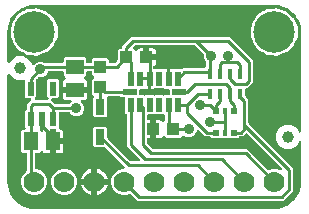
<source format=gbr>
G04 EAGLE Gerber RS-274X export*
G75*
%MOMM*%
%FSLAX34Y34*%
%LPD*%
%INTop Copper*%
%IPPOS*%
%AMOC8*
5,1,8,0,0,1.08239X$1,22.5*%
G01*
%ADD10C,1.000000*%
%ADD11C,3.516000*%
%ADD12R,0.550000X1.200000*%
%ADD13R,0.800000X1.350000*%
%ADD14R,0.500000X1.200000*%
%ADD15R,1.200000X0.500000*%
%ADD16R,1.000000X1.075000*%
%ADD17R,1.075000X1.000000*%
%ADD18R,1.240000X1.500000*%
%ADD19R,1.500000X1.240000*%
%ADD20C,1.778000*%
%ADD21R,0.450000X0.900000*%
%ADD22R,0.500000X0.500000*%
%ADD23R,0.400000X0.500000*%
%ADD24C,0.254000*%
%ADD25C,0.906400*%

G36*
X228622Y2543D02*
X228622Y2543D01*
X228700Y2545D01*
X232077Y2810D01*
X232145Y2824D01*
X232214Y2829D01*
X232370Y2869D01*
X238794Y4956D01*
X238901Y5006D01*
X239012Y5050D01*
X239063Y5083D01*
X239082Y5091D01*
X239097Y5104D01*
X239148Y5136D01*
X244612Y9107D01*
X244699Y9188D01*
X244746Y9227D01*
X244752Y9231D01*
X244753Y9232D01*
X244791Y9264D01*
X244829Y9310D01*
X244844Y9324D01*
X244855Y9342D01*
X244893Y9388D01*
X248864Y14852D01*
X248921Y14956D01*
X248985Y15056D01*
X249007Y15113D01*
X249017Y15131D01*
X249022Y15151D01*
X249044Y15206D01*
X251131Y21630D01*
X251144Y21698D01*
X251167Y21764D01*
X251190Y21923D01*
X251455Y25300D01*
X251455Y25304D01*
X251456Y25307D01*
X251455Y25326D01*
X251459Y25400D01*
X251459Y58558D01*
X251441Y58702D01*
X251426Y58847D01*
X251421Y58860D01*
X251419Y58873D01*
X251366Y59009D01*
X251315Y59145D01*
X251307Y59156D01*
X251302Y59169D01*
X251217Y59286D01*
X251134Y59407D01*
X251123Y59415D01*
X251116Y59426D01*
X251004Y59519D01*
X250893Y59614D01*
X250881Y59621D01*
X250871Y59629D01*
X250739Y59691D01*
X250608Y59756D01*
X250595Y59759D01*
X250583Y59765D01*
X250441Y59792D01*
X250297Y59822D01*
X250284Y59822D01*
X250271Y59824D01*
X250126Y59815D01*
X249980Y59809D01*
X249966Y59806D01*
X249953Y59805D01*
X249815Y59760D01*
X249675Y59718D01*
X249663Y59711D01*
X249651Y59707D01*
X249528Y59629D01*
X249403Y59553D01*
X249393Y59544D01*
X249382Y59536D01*
X249282Y59430D01*
X249180Y59326D01*
X249170Y59311D01*
X249164Y59305D01*
X249156Y59290D01*
X249091Y59192D01*
X247351Y56179D01*
X242710Y53499D01*
X237350Y53499D01*
X232709Y56179D01*
X230029Y60820D01*
X230029Y66180D01*
X232709Y70821D01*
X237350Y73501D01*
X242710Y73501D01*
X247351Y70821D01*
X249091Y67808D01*
X249179Y67691D01*
X249264Y67574D01*
X249275Y67565D01*
X249283Y67554D01*
X249397Y67464D01*
X249509Y67371D01*
X249522Y67365D01*
X249532Y67357D01*
X249666Y67297D01*
X249797Y67235D01*
X249810Y67233D01*
X249823Y67227D01*
X249967Y67203D01*
X250110Y67176D01*
X250123Y67176D01*
X250136Y67174D01*
X250282Y67186D01*
X250427Y67195D01*
X250440Y67199D01*
X250453Y67201D01*
X250591Y67249D01*
X250729Y67293D01*
X250741Y67301D01*
X250754Y67305D01*
X250875Y67386D01*
X250998Y67464D01*
X251007Y67473D01*
X251019Y67481D01*
X251116Y67589D01*
X251216Y67695D01*
X251223Y67707D01*
X251232Y67717D01*
X251299Y67846D01*
X251370Y67974D01*
X251373Y67987D01*
X251379Y67999D01*
X251413Y68141D01*
X251449Y68282D01*
X251450Y68300D01*
X251452Y68308D01*
X251452Y68325D01*
X251459Y68442D01*
X251459Y152400D01*
X251457Y152422D01*
X251455Y152500D01*
X251190Y155877D01*
X251176Y155945D01*
X251171Y156014D01*
X251131Y156170D01*
X249044Y162594D01*
X248993Y162701D01*
X248950Y162812D01*
X248917Y162863D01*
X248909Y162882D01*
X248896Y162897D01*
X248864Y162948D01*
X247171Y165278D01*
X247153Y165297D01*
X247139Y165320D01*
X247044Y165412D01*
X246953Y165509D01*
X246931Y165524D01*
X246912Y165542D01*
X246798Y165608D01*
X246792Y165624D01*
X246789Y165651D01*
X246740Y165775D01*
X246697Y165900D01*
X246682Y165922D01*
X246672Y165947D01*
X246586Y166083D01*
X244893Y168412D01*
X244812Y168499D01*
X244736Y168591D01*
X244690Y168629D01*
X244676Y168644D01*
X244658Y168655D01*
X244612Y168693D01*
X239148Y172664D01*
X239044Y172721D01*
X238944Y172785D01*
X238887Y172807D01*
X238869Y172817D01*
X238849Y172822D01*
X238794Y172844D01*
X232370Y174931D01*
X232302Y174944D01*
X232236Y174967D01*
X232077Y174990D01*
X228700Y175255D01*
X228678Y175254D01*
X228600Y175259D01*
X25400Y175259D01*
X25378Y175257D01*
X25300Y175255D01*
X21923Y174990D01*
X21855Y174976D01*
X21786Y174971D01*
X21630Y174931D01*
X18892Y174041D01*
X18867Y174030D01*
X18841Y174024D01*
X18724Y173962D01*
X18604Y173906D01*
X18583Y173889D01*
X18560Y173877D01*
X18462Y173789D01*
X18445Y173788D01*
X18418Y173793D01*
X18286Y173785D01*
X18153Y173783D01*
X18128Y173775D01*
X18101Y173774D01*
X17945Y173734D01*
X15206Y172844D01*
X15099Y172794D01*
X14988Y172750D01*
X14937Y172717D01*
X14918Y172709D01*
X14903Y172696D01*
X14852Y172664D01*
X9388Y168693D01*
X9301Y168612D01*
X9209Y168536D01*
X9171Y168490D01*
X9156Y168476D01*
X9145Y168458D01*
X9107Y168412D01*
X5136Y162948D01*
X5079Y162844D01*
X5015Y162744D01*
X4993Y162687D01*
X4983Y162669D01*
X4978Y162649D01*
X4956Y162594D01*
X2869Y156170D01*
X2856Y156102D01*
X2833Y156036D01*
X2810Y155877D01*
X2545Y152500D01*
X2546Y152478D01*
X2541Y152400D01*
X2541Y127488D01*
X2559Y127344D01*
X2574Y127199D01*
X2579Y127186D01*
X2581Y127173D01*
X2634Y127038D01*
X2685Y126901D01*
X2693Y126889D01*
X2698Y126877D01*
X2783Y126759D01*
X2866Y126639D01*
X2877Y126630D01*
X2884Y126620D01*
X2996Y126527D01*
X3107Y126431D01*
X3119Y126425D01*
X3129Y126417D01*
X3261Y126355D01*
X3392Y126290D01*
X3405Y126287D01*
X3417Y126281D01*
X3559Y126254D01*
X3703Y126223D01*
X3716Y126224D01*
X3729Y126221D01*
X3874Y126230D01*
X4020Y126236D01*
X4034Y126240D01*
X4047Y126241D01*
X4185Y126286D01*
X4325Y126328D01*
X4337Y126335D01*
X4349Y126339D01*
X4472Y126417D01*
X4597Y126493D01*
X4607Y126502D01*
X4618Y126509D01*
X4718Y126615D01*
X4820Y126719D01*
X4830Y126735D01*
X4836Y126741D01*
X4844Y126756D01*
X4909Y126854D01*
X6141Y128987D01*
X10782Y131667D01*
X16142Y131667D01*
X20783Y128987D01*
X23159Y124872D01*
X23235Y124772D01*
X23305Y124668D01*
X23331Y124646D01*
X23351Y124619D01*
X23449Y124541D01*
X23544Y124458D01*
X23574Y124442D01*
X23600Y124421D01*
X23715Y124370D01*
X23827Y124313D01*
X23860Y124306D01*
X23891Y124292D01*
X24015Y124271D01*
X24137Y124243D01*
X24171Y124244D01*
X24204Y124239D01*
X24330Y124249D01*
X24455Y124253D01*
X24488Y124262D01*
X24521Y124265D01*
X24640Y124307D01*
X24761Y124341D01*
X24790Y124359D01*
X24822Y124370D01*
X24926Y124439D01*
X25035Y124503D01*
X25071Y124535D01*
X25087Y124545D01*
X25101Y124562D01*
X25155Y124609D01*
X26761Y126215D01*
X29174Y127215D01*
X31786Y127215D01*
X34199Y126215D01*
X34209Y126204D01*
X34288Y126144D01*
X34360Y126076D01*
X34413Y126047D01*
X34461Y126010D01*
X34552Y125970D01*
X34638Y125922D01*
X34697Y125907D01*
X34753Y125883D01*
X34851Y125868D01*
X34946Y125843D01*
X35046Y125837D01*
X35067Y125833D01*
X35079Y125835D01*
X35107Y125833D01*
X48888Y125833D01*
X49006Y125848D01*
X49125Y125855D01*
X49163Y125868D01*
X49204Y125873D01*
X49314Y125916D01*
X49427Y125953D01*
X49462Y125975D01*
X49499Y125990D01*
X49595Y126059D01*
X49696Y126123D01*
X49724Y126153D01*
X49757Y126176D01*
X49833Y126268D01*
X49914Y126355D01*
X49934Y126390D01*
X49959Y126421D01*
X50010Y126529D01*
X50068Y126633D01*
X50078Y126673D01*
X50095Y126709D01*
X50117Y126826D01*
X50147Y126941D01*
X50151Y127001D01*
X50155Y127021D01*
X50153Y127042D01*
X50157Y127102D01*
X50157Y129572D01*
X51348Y130763D01*
X68032Y130763D01*
X69223Y129572D01*
X69223Y127102D01*
X69238Y126984D01*
X69245Y126865D01*
X69258Y126827D01*
X69263Y126786D01*
X69306Y126676D01*
X69343Y126563D01*
X69365Y126528D01*
X69380Y126491D01*
X69449Y126395D01*
X69513Y126294D01*
X69543Y126266D01*
X69566Y126233D01*
X69658Y126157D01*
X69745Y126076D01*
X69780Y126056D01*
X69811Y126031D01*
X69919Y125980D01*
X70023Y125922D01*
X70063Y125912D01*
X70099Y125895D01*
X70216Y125873D01*
X70331Y125843D01*
X70391Y125839D01*
X70411Y125835D01*
X70432Y125837D01*
X70492Y125833D01*
X72978Y125833D01*
X73096Y125848D01*
X73215Y125855D01*
X73253Y125868D01*
X73294Y125873D01*
X73404Y125916D01*
X73517Y125953D01*
X73552Y125975D01*
X73589Y125990D01*
X73685Y126059D01*
X73786Y126123D01*
X73814Y126153D01*
X73847Y126176D01*
X73923Y126268D01*
X74004Y126355D01*
X74024Y126390D01*
X74049Y126421D01*
X74100Y126529D01*
X74158Y126633D01*
X74168Y126673D01*
X74185Y126709D01*
X74207Y126826D01*
X74237Y126941D01*
X74241Y127001D01*
X74245Y127021D01*
X74243Y127042D01*
X74247Y127102D01*
X74247Y129017D01*
X75438Y130208D01*
X87122Y130208D01*
X88313Y129017D01*
X88313Y127372D01*
X88328Y127254D01*
X88335Y127135D01*
X88348Y127097D01*
X88353Y127056D01*
X88396Y126946D01*
X88433Y126833D01*
X88455Y126798D01*
X88470Y126761D01*
X88539Y126665D01*
X88603Y126564D01*
X88633Y126536D01*
X88656Y126503D01*
X88748Y126427D01*
X88835Y126346D01*
X88870Y126326D01*
X88901Y126301D01*
X89009Y126250D01*
X89113Y126192D01*
X89153Y126182D01*
X89189Y126165D01*
X89306Y126143D01*
X89421Y126113D01*
X89481Y126109D01*
X89501Y126105D01*
X89522Y126107D01*
X89582Y126103D01*
X93356Y126103D01*
X93454Y126115D01*
X93553Y126118D01*
X93612Y126135D01*
X93672Y126143D01*
X93764Y126179D01*
X93859Y126207D01*
X93911Y126237D01*
X93967Y126260D01*
X94047Y126318D01*
X94133Y126368D01*
X94208Y126434D01*
X94225Y126446D01*
X94233Y126456D01*
X94254Y126474D01*
X95481Y127701D01*
X95541Y127780D01*
X95609Y127852D01*
X95638Y127905D01*
X95675Y127953D01*
X95715Y128044D01*
X95763Y128130D01*
X95778Y128189D01*
X95802Y128244D01*
X95817Y128342D01*
X95842Y128438D01*
X95848Y128538D01*
X95852Y128559D01*
X95850Y128571D01*
X95852Y128599D01*
X95852Y136652D01*
X97043Y137843D01*
X98688Y137843D01*
X98806Y137858D01*
X98925Y137865D01*
X98963Y137878D01*
X99004Y137883D01*
X99114Y137926D01*
X99227Y137963D01*
X99262Y137985D01*
X99299Y138000D01*
X99395Y138069D01*
X99496Y138133D01*
X99524Y138163D01*
X99557Y138186D01*
X99633Y138278D01*
X99714Y138365D01*
X99734Y138400D01*
X99759Y138431D01*
X99810Y138539D01*
X99868Y138643D01*
X99878Y138683D01*
X99895Y138719D01*
X99917Y138836D01*
X99947Y138951D01*
X99951Y139011D01*
X99955Y139031D01*
X99953Y139052D01*
X99957Y139112D01*
X99957Y140188D01*
X107852Y148083D01*
X190598Y148083D01*
X210313Y128368D01*
X210313Y109122D01*
X205838Y104647D01*
X205242Y104647D01*
X205124Y104632D01*
X205005Y104625D01*
X204967Y104612D01*
X204926Y104607D01*
X204816Y104564D01*
X204703Y104527D01*
X204668Y104505D01*
X204631Y104490D01*
X204535Y104421D01*
X204434Y104357D01*
X204406Y104327D01*
X204373Y104304D01*
X204297Y104212D01*
X204216Y104125D01*
X204196Y104090D01*
X204171Y104059D01*
X204120Y103951D01*
X204062Y103847D01*
X204052Y103807D01*
X204035Y103771D01*
X204013Y103654D01*
X203983Y103539D01*
X203979Y103479D01*
X203975Y103459D01*
X203977Y103438D01*
X203973Y103378D01*
X203973Y98404D01*
X203985Y98306D01*
X203988Y98207D01*
X204005Y98148D01*
X204013Y98088D01*
X204049Y97996D01*
X204077Y97901D01*
X204107Y97849D01*
X204130Y97793D01*
X204188Y97713D01*
X204238Y97627D01*
X204304Y97552D01*
X204316Y97535D01*
X204326Y97527D01*
X204344Y97506D01*
X206503Y95348D01*
X206503Y75554D01*
X206515Y75456D01*
X206518Y75357D01*
X206535Y75298D01*
X206543Y75238D01*
X206579Y75146D01*
X206607Y75051D01*
X206637Y74999D01*
X206660Y74943D01*
X206718Y74863D01*
X206768Y74777D01*
X206834Y74702D01*
X206846Y74685D01*
X206856Y74677D01*
X206874Y74656D01*
X244603Y36928D01*
X244603Y17682D01*
X236318Y9397D01*
X112932Y9397D01*
X107257Y15072D01*
X107233Y15091D01*
X107214Y15113D01*
X107108Y15188D01*
X107006Y15267D01*
X106978Y15279D01*
X106954Y15296D01*
X106833Y15342D01*
X106714Y15394D01*
X106685Y15398D01*
X106657Y15409D01*
X106528Y15423D01*
X106400Y15444D01*
X106370Y15441D01*
X106341Y15444D01*
X106212Y15426D01*
X106083Y15414D01*
X106055Y15404D01*
X106026Y15400D01*
X105874Y15348D01*
X103773Y14477D01*
X99427Y14477D01*
X95413Y16140D01*
X92340Y19213D01*
X90677Y23227D01*
X90677Y27573D01*
X92340Y31587D01*
X95413Y34660D01*
X99427Y36323D01*
X100722Y36323D01*
X100860Y36340D01*
X100999Y36353D01*
X101018Y36360D01*
X101038Y36363D01*
X101167Y36414D01*
X101298Y36461D01*
X101315Y36472D01*
X101333Y36480D01*
X101446Y36561D01*
X101561Y36639D01*
X101574Y36655D01*
X101591Y36666D01*
X101680Y36774D01*
X101772Y36878D01*
X101781Y36896D01*
X101794Y36911D01*
X101853Y37037D01*
X101916Y37161D01*
X101921Y37181D01*
X101929Y37199D01*
X101955Y37335D01*
X101986Y37471D01*
X101985Y37492D01*
X101989Y37511D01*
X101980Y37650D01*
X101976Y37789D01*
X101970Y37809D01*
X101969Y37829D01*
X101926Y37961D01*
X101888Y38095D01*
X101877Y38112D01*
X101871Y38131D01*
X101797Y38249D01*
X101726Y38369D01*
X101708Y38390D01*
X101701Y38400D01*
X101686Y38414D01*
X101620Y38489D01*
X85764Y54346D01*
X85685Y54406D01*
X85613Y54474D01*
X85560Y54503D01*
X85512Y54540D01*
X85421Y54580D01*
X85335Y54628D01*
X85276Y54643D01*
X85221Y54667D01*
X85123Y54682D01*
X85027Y54707D01*
X84927Y54713D01*
X84907Y54717D01*
X84894Y54715D01*
X84866Y54717D01*
X76438Y54717D01*
X75247Y55908D01*
X75247Y71092D01*
X76438Y72283D01*
X86122Y72283D01*
X87313Y71092D01*
X87313Y62664D01*
X87325Y62566D01*
X87328Y62467D01*
X87345Y62408D01*
X87353Y62348D01*
X87389Y62256D01*
X87417Y62161D01*
X87447Y62109D01*
X87470Y62053D01*
X87528Y61973D01*
X87578Y61887D01*
X87644Y61812D01*
X87656Y61795D01*
X87666Y61787D01*
X87684Y61766D01*
X106406Y43044D01*
X106485Y42984D01*
X106557Y42916D01*
X106610Y42887D01*
X106658Y42850D01*
X106749Y42810D01*
X106835Y42762D01*
X106894Y42747D01*
X106949Y42723D01*
X107047Y42708D01*
X107143Y42683D01*
X107243Y42677D01*
X107264Y42673D01*
X107276Y42675D01*
X107304Y42673D01*
X113422Y42673D01*
X113560Y42690D01*
X113699Y42703D01*
X113718Y42710D01*
X113738Y42713D01*
X113867Y42764D01*
X113998Y42811D01*
X114015Y42822D01*
X114033Y42830D01*
X114146Y42911D01*
X114261Y42989D01*
X114274Y43005D01*
X114291Y43016D01*
X114379Y43124D01*
X114472Y43228D01*
X114481Y43246D01*
X114494Y43261D01*
X114553Y43387D01*
X114616Y43511D01*
X114621Y43531D01*
X114629Y43549D01*
X114655Y43685D01*
X114686Y43821D01*
X114685Y43842D01*
X114689Y43861D01*
X114680Y44000D01*
X114676Y44139D01*
X114670Y44159D01*
X114669Y44179D01*
X114626Y44311D01*
X114588Y44445D01*
X114577Y44462D01*
X114571Y44481D01*
X114497Y44599D01*
X114426Y44719D01*
X114408Y44740D01*
X114401Y44750D01*
X114386Y44764D01*
X114320Y44839D01*
X103697Y55462D01*
X103697Y82002D01*
X103685Y82100D01*
X103682Y82199D01*
X103665Y82258D01*
X103657Y82318D01*
X103621Y82410D01*
X103593Y82505D01*
X103563Y82557D01*
X103540Y82613D01*
X103482Y82694D01*
X103432Y82779D01*
X103366Y82854D01*
X103354Y82871D01*
X103344Y82879D01*
X103326Y82900D01*
X102467Y83758D01*
X102467Y95798D01*
X102452Y95916D01*
X102445Y96035D01*
X102432Y96073D01*
X102427Y96114D01*
X102384Y96224D01*
X102347Y96337D01*
X102325Y96372D01*
X102310Y96409D01*
X102241Y96505D01*
X102177Y96606D01*
X102147Y96634D01*
X102124Y96667D01*
X102032Y96743D01*
X101945Y96824D01*
X101910Y96844D01*
X101879Y96869D01*
X101771Y96920D01*
X101667Y96978D01*
X101627Y96988D01*
X101591Y97005D01*
X101474Y97027D01*
X101359Y97057D01*
X101299Y97061D01*
X101279Y97065D01*
X101258Y97063D01*
X101198Y97067D01*
X99158Y97067D01*
X98300Y97925D01*
X98222Y97986D01*
X98149Y98054D01*
X98096Y98083D01*
X98049Y98120D01*
X97958Y98160D01*
X97871Y98208D01*
X97812Y98223D01*
X97757Y98247D01*
X97659Y98262D01*
X97563Y98287D01*
X97463Y98293D01*
X97443Y98297D01*
X97430Y98295D01*
X97402Y98297D01*
X88572Y98297D01*
X88432Y98280D01*
X88293Y98266D01*
X88275Y98260D01*
X88256Y98257D01*
X88126Y98206D01*
X87994Y98158D01*
X87978Y98147D01*
X87960Y98140D01*
X87847Y98058D01*
X87731Y97979D01*
X87719Y97965D01*
X87703Y97954D01*
X87614Y97845D01*
X87521Y97741D01*
X87513Y97724D01*
X87500Y97709D01*
X87441Y97582D01*
X87377Y97457D01*
X87373Y97438D01*
X87365Y97421D01*
X87339Y97284D01*
X87308Y97147D01*
X87309Y97127D01*
X87305Y97109D01*
X87313Y96984D01*
X87313Y81308D01*
X86122Y80117D01*
X76438Y80117D01*
X75247Y81308D01*
X75247Y96492D01*
X75395Y96640D01*
X75468Y96734D01*
X75547Y96823D01*
X75565Y96859D01*
X75590Y96891D01*
X75638Y97001D01*
X75692Y97107D01*
X75700Y97146D01*
X75717Y97183D01*
X75735Y97301D01*
X75761Y97417D01*
X75760Y97457D01*
X75766Y97497D01*
X75755Y97616D01*
X75752Y97735D01*
X75740Y97774D01*
X75737Y97814D01*
X75696Y97926D01*
X75663Y98040D01*
X75643Y98075D01*
X75629Y98113D01*
X75562Y98212D01*
X75502Y98314D01*
X75462Y98359D01*
X75450Y98376D01*
X75435Y98390D01*
X75395Y98435D01*
X74247Y99583D01*
X74247Y112017D01*
X75633Y113402D01*
X75706Y113497D01*
X75785Y113586D01*
X75803Y113622D01*
X75828Y113654D01*
X75875Y113763D01*
X75929Y113869D01*
X75938Y113908D01*
X75954Y113946D01*
X75973Y114063D01*
X75999Y114179D01*
X75998Y114220D01*
X76004Y114260D01*
X75993Y114378D01*
X75989Y114497D01*
X75978Y114536D01*
X75974Y114576D01*
X75934Y114689D01*
X75901Y114803D01*
X75880Y114837D01*
X75867Y114876D01*
X75800Y114974D01*
X75739Y115077D01*
X75699Y115122D01*
X75688Y115139D01*
X75673Y115152D01*
X75633Y115197D01*
X74247Y116583D01*
X74247Y117958D01*
X74232Y118076D01*
X74225Y118195D01*
X74212Y118233D01*
X74207Y118274D01*
X74164Y118384D01*
X74127Y118497D01*
X74105Y118532D01*
X74090Y118569D01*
X74021Y118665D01*
X73957Y118766D01*
X73927Y118794D01*
X73904Y118827D01*
X73812Y118903D01*
X73725Y118984D01*
X73690Y119004D01*
X73659Y119029D01*
X73551Y119080D01*
X73447Y119138D01*
X73407Y119148D01*
X73371Y119165D01*
X73254Y119187D01*
X73139Y119217D01*
X73079Y119221D01*
X73059Y119225D01*
X73038Y119223D01*
X72978Y119227D01*
X70492Y119227D01*
X70374Y119212D01*
X70255Y119205D01*
X70217Y119192D01*
X70176Y119187D01*
X70066Y119144D01*
X69953Y119107D01*
X69918Y119085D01*
X69881Y119070D01*
X69785Y119001D01*
X69684Y118937D01*
X69656Y118907D01*
X69623Y118884D01*
X69547Y118792D01*
X69466Y118705D01*
X69446Y118670D01*
X69421Y118639D01*
X69370Y118531D01*
X69312Y118427D01*
X69302Y118387D01*
X69285Y118351D01*
X69263Y118234D01*
X69233Y118119D01*
X69229Y118059D01*
X69225Y118039D01*
X69227Y118018D01*
X69223Y117958D01*
X69223Y115488D01*
X67858Y114123D01*
X67781Y114024D01*
X67699Y113929D01*
X67684Y113899D01*
X67663Y113872D01*
X67613Y113757D01*
X67557Y113644D01*
X67550Y113611D01*
X67537Y113580D01*
X67517Y113456D01*
X67491Y113333D01*
X67492Y113299D01*
X67487Y113266D01*
X67498Y113141D01*
X67504Y113015D01*
X67513Y112983D01*
X67517Y112949D01*
X67559Y112831D01*
X67595Y112711D01*
X67613Y112682D01*
X67624Y112650D01*
X67695Y112546D01*
X67760Y112438D01*
X67784Y112415D01*
X67803Y112387D01*
X67897Y112303D01*
X67987Y112216D01*
X68027Y112189D01*
X68041Y112176D01*
X68061Y112166D01*
X68121Y112126D01*
X68750Y111763D01*
X69223Y111290D01*
X69558Y110711D01*
X69731Y110064D01*
X69731Y106069D01*
X60960Y106069D01*
X60842Y106054D01*
X60723Y106047D01*
X60685Y106034D01*
X60645Y106029D01*
X60534Y105985D01*
X60421Y105949D01*
X60386Y105927D01*
X60349Y105912D01*
X60253Y105842D01*
X60152Y105779D01*
X60124Y105749D01*
X60092Y105725D01*
X60016Y105634D01*
X59934Y105547D01*
X59915Y105512D01*
X59889Y105480D01*
X59838Y105373D01*
X59781Y105269D01*
X59770Y105229D01*
X59753Y105193D01*
X59731Y105076D01*
X59701Y104961D01*
X59697Y104900D01*
X59693Y104880D01*
X59695Y104860D01*
X59691Y104800D01*
X59691Y102260D01*
X59706Y102142D01*
X59713Y102023D01*
X59726Y101985D01*
X59731Y101945D01*
X59775Y101834D01*
X59811Y101721D01*
X59833Y101686D01*
X59848Y101649D01*
X59918Y101552D01*
X59981Y101452D01*
X60011Y101424D01*
X60035Y101391D01*
X60126Y101316D01*
X60213Y101234D01*
X60248Y101214D01*
X60280Y101189D01*
X60387Y101138D01*
X60491Y101080D01*
X60531Y101070D01*
X60567Y101053D01*
X60684Y101031D01*
X60799Y101001D01*
X60860Y100997D01*
X60880Y100993D01*
X60900Y100995D01*
X60960Y100991D01*
X69731Y100991D01*
X69731Y96996D01*
X69558Y96349D01*
X69223Y95770D01*
X68750Y95297D01*
X68171Y94962D01*
X67524Y94789D01*
X66149Y94789D01*
X66011Y94772D01*
X65873Y94759D01*
X65854Y94752D01*
X65833Y94749D01*
X65704Y94698D01*
X65573Y94651D01*
X65556Y94640D01*
X65538Y94632D01*
X65425Y94551D01*
X65310Y94473D01*
X65297Y94457D01*
X65280Y94446D01*
X65192Y94338D01*
X65100Y94234D01*
X65090Y94216D01*
X65078Y94201D01*
X65018Y94075D01*
X64955Y93951D01*
X64951Y93931D01*
X64942Y93913D01*
X64916Y93776D01*
X64885Y93641D01*
X64886Y93620D01*
X64882Y93601D01*
X64891Y93462D01*
X64895Y93323D01*
X64901Y93303D01*
X64902Y93283D01*
X64945Y93151D01*
X64983Y93017D01*
X64994Y93000D01*
X65000Y92981D01*
X65074Y92863D01*
X65145Y92743D01*
X65164Y92722D01*
X65170Y92712D01*
X65185Y92698D01*
X65251Y92623D01*
X66525Y91349D01*
X67525Y88936D01*
X67525Y86324D01*
X66525Y83911D01*
X64679Y82065D01*
X62266Y81065D01*
X59654Y81065D01*
X57241Y82065D01*
X55395Y83911D01*
X55274Y84204D01*
X55259Y84229D01*
X55250Y84257D01*
X55180Y84367D01*
X55116Y84480D01*
X55096Y84501D01*
X55080Y84526D01*
X54985Y84615D01*
X54895Y84708D01*
X54870Y84724D01*
X54848Y84744D01*
X54734Y84807D01*
X54624Y84875D01*
X54595Y84883D01*
X54570Y84898D01*
X54444Y84930D01*
X54320Y84968D01*
X54290Y84970D01*
X54262Y84977D01*
X54101Y84987D01*
X47302Y84987D01*
X47184Y84972D01*
X47065Y84965D01*
X47027Y84952D01*
X46986Y84947D01*
X46876Y84904D01*
X46763Y84867D01*
X46728Y84845D01*
X46691Y84830D01*
X46595Y84761D01*
X46494Y84697D01*
X46466Y84667D01*
X46433Y84644D01*
X46357Y84552D01*
X46276Y84465D01*
X46256Y84430D01*
X46231Y84399D01*
X46180Y84291D01*
X46122Y84187D01*
X46112Y84147D01*
X46095Y84111D01*
X46073Y83994D01*
X46043Y83879D01*
X46039Y83819D01*
X46035Y83799D01*
X46037Y83778D01*
X46033Y83718D01*
X46033Y71412D01*
X46024Y71393D01*
X46020Y71373D01*
X46012Y71355D01*
X45990Y71217D01*
X45964Y71080D01*
X45965Y71060D01*
X45962Y71041D01*
X45975Y70902D01*
X45984Y70763D01*
X45990Y70744D01*
X45992Y70724D01*
X46039Y70592D01*
X46082Y70461D01*
X46093Y70444D01*
X46099Y70425D01*
X46177Y70310D01*
X46252Y70192D01*
X46267Y70178D01*
X46278Y70161D01*
X46382Y70069D01*
X46484Y69974D01*
X46501Y69964D01*
X46516Y69951D01*
X46640Y69888D01*
X46762Y69820D01*
X46782Y69815D01*
X46799Y69806D01*
X46935Y69776D01*
X47070Y69741D01*
X47098Y69739D01*
X47110Y69737D01*
X47130Y69737D01*
X47231Y69731D01*
X47784Y69731D01*
X48431Y69558D01*
X49010Y69223D01*
X49483Y68750D01*
X49818Y68171D01*
X49991Y67524D01*
X49991Y62229D01*
X43789Y62229D01*
X43789Y69137D01*
X43774Y69255D01*
X43767Y69374D01*
X43754Y69412D01*
X43749Y69453D01*
X43705Y69563D01*
X43669Y69676D01*
X43647Y69711D01*
X43632Y69748D01*
X43562Y69844D01*
X43499Y69945D01*
X43469Y69973D01*
X43445Y70006D01*
X43354Y70082D01*
X43267Y70163D01*
X43232Y70183D01*
X43200Y70208D01*
X43093Y70259D01*
X42989Y70317D01*
X42949Y70327D01*
X42913Y70344D01*
X42796Y70366D01*
X42681Y70396D01*
X42620Y70400D01*
X42600Y70404D01*
X42580Y70402D01*
X42520Y70406D01*
X39980Y70406D01*
X39862Y70391D01*
X39743Y70384D01*
X39705Y70371D01*
X39665Y70366D01*
X39554Y70323D01*
X39441Y70286D01*
X39406Y70264D01*
X39369Y70249D01*
X39273Y70180D01*
X39172Y70116D01*
X39144Y70086D01*
X39111Y70063D01*
X39036Y69971D01*
X38954Y69884D01*
X38934Y69849D01*
X38909Y69818D01*
X38858Y69710D01*
X38800Y69606D01*
X38790Y69566D01*
X38773Y69530D01*
X38751Y69413D01*
X38721Y69298D01*
X38717Y69238D01*
X38713Y69218D01*
X38715Y69197D01*
X38711Y69137D01*
X38711Y60960D01*
X38726Y60842D01*
X38733Y60723D01*
X38746Y60685D01*
X38751Y60645D01*
X38794Y60534D01*
X38831Y60421D01*
X38853Y60386D01*
X38868Y60349D01*
X38938Y60253D01*
X39001Y60152D01*
X39031Y60124D01*
X39055Y60092D01*
X39146Y60016D01*
X39233Y59934D01*
X39268Y59915D01*
X39299Y59889D01*
X39407Y59838D01*
X39511Y59781D01*
X39551Y59770D01*
X39587Y59753D01*
X39704Y59731D01*
X39819Y59701D01*
X39880Y59697D01*
X39900Y59693D01*
X39920Y59695D01*
X39980Y59691D01*
X41251Y59691D01*
X41251Y59689D01*
X39980Y59689D01*
X39862Y59674D01*
X39743Y59667D01*
X39705Y59654D01*
X39665Y59649D01*
X39554Y59605D01*
X39441Y59569D01*
X39406Y59547D01*
X39369Y59532D01*
X39273Y59462D01*
X39172Y59399D01*
X39144Y59369D01*
X39111Y59345D01*
X39036Y59254D01*
X38954Y59167D01*
X38934Y59132D01*
X38909Y59100D01*
X38858Y58993D01*
X38800Y58889D01*
X38790Y58849D01*
X38773Y58813D01*
X38751Y58696D01*
X38721Y58581D01*
X38717Y58520D01*
X38713Y58500D01*
X38715Y58480D01*
X38714Y58472D01*
X38713Y58468D01*
X38714Y58464D01*
X38711Y58420D01*
X38711Y49649D01*
X34716Y49649D01*
X34069Y49822D01*
X33490Y50157D01*
X33017Y50630D01*
X32654Y51259D01*
X32578Y51359D01*
X32507Y51463D01*
X32482Y51486D01*
X32461Y51513D01*
X32363Y51591D01*
X32269Y51674D01*
X32239Y51689D01*
X32212Y51710D01*
X32097Y51761D01*
X31985Y51819D01*
X31952Y51826D01*
X31922Y51840D01*
X31797Y51861D01*
X31675Y51888D01*
X31641Y51887D01*
X31608Y51893D01*
X31483Y51882D01*
X31357Y51879D01*
X31325Y51869D01*
X31291Y51866D01*
X31172Y51825D01*
X31052Y51790D01*
X31023Y51773D01*
X30991Y51762D01*
X30886Y51692D01*
X30778Y51629D01*
X30741Y51596D01*
X30726Y51586D01*
X30711Y51570D01*
X30657Y51522D01*
X29292Y50157D01*
X26822Y50157D01*
X26704Y50142D01*
X26585Y50135D01*
X26547Y50122D01*
X26506Y50117D01*
X26396Y50074D01*
X26283Y50037D01*
X26248Y50015D01*
X26211Y50000D01*
X26115Y49931D01*
X26014Y49867D01*
X25986Y49837D01*
X25953Y49814D01*
X25877Y49722D01*
X25796Y49635D01*
X25776Y49600D01*
X25751Y49569D01*
X25700Y49461D01*
X25642Y49357D01*
X25632Y49317D01*
X25615Y49281D01*
X25593Y49164D01*
X25563Y49049D01*
X25559Y48989D01*
X25555Y48969D01*
X25557Y48948D01*
X25553Y48888D01*
X25553Y37592D01*
X25568Y37474D01*
X25575Y37355D01*
X25588Y37317D01*
X25593Y37276D01*
X25636Y37166D01*
X25673Y37053D01*
X25695Y37018D01*
X25710Y36981D01*
X25779Y36885D01*
X25843Y36784D01*
X25873Y36756D01*
X25896Y36723D01*
X25988Y36647D01*
X26075Y36566D01*
X26110Y36546D01*
X26141Y36521D01*
X26249Y36470D01*
X26353Y36412D01*
X26393Y36402D01*
X26429Y36385D01*
X26546Y36363D01*
X26661Y36333D01*
X26721Y36329D01*
X26741Y36325D01*
X26762Y36327D01*
X26822Y36323D01*
X27573Y36323D01*
X31587Y34660D01*
X34660Y31587D01*
X36323Y27573D01*
X36323Y23227D01*
X34660Y19213D01*
X31587Y16140D01*
X27573Y14477D01*
X23227Y14477D01*
X19213Y16140D01*
X16140Y19213D01*
X14477Y23227D01*
X14477Y27573D01*
X16140Y31587D01*
X18576Y34023D01*
X18636Y34101D01*
X18704Y34173D01*
X18733Y34226D01*
X18770Y34274D01*
X18810Y34365D01*
X18858Y34451D01*
X18873Y34510D01*
X18897Y34566D01*
X18912Y34664D01*
X18937Y34759D01*
X18943Y34859D01*
X18947Y34880D01*
X18945Y34892D01*
X18947Y34920D01*
X18947Y48888D01*
X18932Y49006D01*
X18925Y49125D01*
X18912Y49163D01*
X18907Y49204D01*
X18864Y49314D01*
X18827Y49427D01*
X18805Y49462D01*
X18790Y49499D01*
X18721Y49595D01*
X18657Y49696D01*
X18627Y49724D01*
X18604Y49757D01*
X18512Y49833D01*
X18425Y49914D01*
X18390Y49934D01*
X18359Y49959D01*
X18251Y50010D01*
X18147Y50068D01*
X18107Y50078D01*
X18071Y50095D01*
X17954Y50117D01*
X17839Y50147D01*
X17779Y50151D01*
X17759Y50155D01*
X17738Y50153D01*
X17678Y50157D01*
X15208Y50157D01*
X14017Y51348D01*
X14017Y68032D01*
X15208Y69223D01*
X16777Y69223D01*
X16915Y69240D01*
X17054Y69253D01*
X17073Y69260D01*
X17093Y69263D01*
X17222Y69314D01*
X17353Y69361D01*
X17370Y69372D01*
X17389Y69380D01*
X17501Y69461D01*
X17616Y69539D01*
X17629Y69555D01*
X17646Y69566D01*
X17735Y69674D01*
X17827Y69778D01*
X17836Y69796D01*
X17849Y69811D01*
X17908Y69937D01*
X17971Y70061D01*
X17976Y70081D01*
X17984Y70099D01*
X18010Y70235D01*
X18041Y70371D01*
X18040Y70392D01*
X18044Y70411D01*
X18035Y70550D01*
X18031Y70689D01*
X18026Y70709D01*
X18024Y70729D01*
X17981Y70861D01*
X17943Y70995D01*
X17932Y71012D01*
X17926Y71031D01*
X17852Y71149D01*
X17781Y71269D01*
X17763Y71290D01*
X17756Y71300D01*
X17741Y71314D01*
X17675Y71390D01*
X17467Y71597D01*
X17467Y85281D01*
X18576Y86389D01*
X18636Y86467D01*
X18704Y86540D01*
X18733Y86593D01*
X18770Y86640D01*
X18810Y86731D01*
X18858Y86818D01*
X18873Y86877D01*
X18897Y86932D01*
X18912Y87030D01*
X18937Y87126D01*
X18943Y87226D01*
X18947Y87246D01*
X18945Y87259D01*
X18947Y87287D01*
X18947Y90928D01*
X21254Y93234D01*
X21254Y93235D01*
X22261Y94242D01*
X22346Y94351D01*
X22435Y94458D01*
X22443Y94477D01*
X22456Y94493D01*
X22511Y94620D01*
X22570Y94746D01*
X22574Y94766D01*
X22582Y94785D01*
X22604Y94923D01*
X22630Y95059D01*
X22629Y95079D01*
X22632Y95099D01*
X22619Y95238D01*
X22610Y95376D01*
X22604Y95395D01*
X22602Y95415D01*
X22555Y95547D01*
X22512Y95678D01*
X22501Y95696D01*
X22494Y95715D01*
X22417Y95829D01*
X22342Y95947D01*
X22327Y95961D01*
X22316Y95978D01*
X22212Y96070D01*
X22110Y96165D01*
X22093Y96175D01*
X22077Y96188D01*
X21954Y96251D01*
X21832Y96319D01*
X21812Y96324D01*
X21794Y96333D01*
X21658Y96363D01*
X21524Y96398D01*
X21496Y96400D01*
X21484Y96403D01*
X21463Y96402D01*
X21363Y96408D01*
X18658Y96408D01*
X17467Y97599D01*
X17467Y110396D01*
X17452Y110514D01*
X17445Y110633D01*
X17432Y110671D01*
X17427Y110712D01*
X17384Y110822D01*
X17347Y110935D01*
X17325Y110970D01*
X17310Y111007D01*
X17241Y111103D01*
X17177Y111204D01*
X17147Y111232D01*
X17124Y111265D01*
X17032Y111341D01*
X16945Y111422D01*
X16910Y111442D01*
X16879Y111467D01*
X16771Y111518D01*
X16667Y111576D01*
X16627Y111586D01*
X16591Y111603D01*
X16474Y111625D01*
X16359Y111655D01*
X16299Y111659D01*
X16279Y111663D01*
X16258Y111661D01*
X16198Y111665D01*
X10782Y111665D01*
X6141Y114345D01*
X4909Y116478D01*
X4821Y116595D01*
X4736Y116712D01*
X4725Y116721D01*
X4717Y116732D01*
X4603Y116822D01*
X4491Y116915D01*
X4478Y116921D01*
X4468Y116929D01*
X4334Y116989D01*
X4203Y117051D01*
X4190Y117053D01*
X4177Y117059D01*
X4033Y117083D01*
X3890Y117111D01*
X3877Y117110D01*
X3864Y117112D01*
X3718Y117100D01*
X3573Y117091D01*
X3560Y117087D01*
X3547Y117086D01*
X3409Y117038D01*
X3271Y116993D01*
X3259Y116986D01*
X3246Y116981D01*
X3125Y116901D01*
X3002Y116823D01*
X2993Y116813D01*
X2981Y116805D01*
X2884Y116698D01*
X2784Y116591D01*
X2777Y116579D01*
X2768Y116569D01*
X2701Y116440D01*
X2630Y116312D01*
X2627Y116299D01*
X2621Y116287D01*
X2587Y116145D01*
X2551Y116005D01*
X2550Y115986D01*
X2548Y115978D01*
X2548Y115961D01*
X2541Y115844D01*
X2541Y25400D01*
X2543Y25378D01*
X2545Y25300D01*
X2810Y21923D01*
X2824Y21855D01*
X2829Y21786D01*
X2869Y21630D01*
X4956Y15206D01*
X5006Y15099D01*
X5050Y14988D01*
X5083Y14937D01*
X5091Y14918D01*
X5104Y14903D01*
X5136Y14852D01*
X9107Y9388D01*
X9127Y9366D01*
X9138Y9348D01*
X9184Y9305D01*
X9188Y9301D01*
X9264Y9209D01*
X9310Y9171D01*
X9324Y9156D01*
X9342Y9145D01*
X9388Y9107D01*
X14596Y5322D01*
X14852Y5136D01*
X14956Y5079D01*
X15056Y5015D01*
X15113Y4993D01*
X15131Y4983D01*
X15151Y4978D01*
X15206Y4956D01*
X21630Y2869D01*
X21698Y2856D01*
X21764Y2833D01*
X21923Y2810D01*
X25300Y2545D01*
X25322Y2546D01*
X25400Y2541D01*
X228600Y2541D01*
X228622Y2543D01*
G37*
G36*
X234108Y35075D02*
X234108Y35075D01*
X234198Y35074D01*
X234266Y35090D01*
X234335Y35097D01*
X234420Y35127D01*
X234507Y35148D01*
X234569Y35180D01*
X234635Y35204D01*
X234709Y35255D01*
X234788Y35297D01*
X234840Y35344D01*
X234898Y35383D01*
X234957Y35450D01*
X235024Y35510D01*
X235062Y35569D01*
X235108Y35621D01*
X235149Y35701D01*
X235198Y35776D01*
X235221Y35842D01*
X235253Y35904D01*
X235272Y35992D01*
X235302Y36077D01*
X235307Y36147D01*
X235322Y36215D01*
X235320Y36304D01*
X235327Y36394D01*
X235315Y36463D01*
X235313Y36533D01*
X235288Y36619D01*
X235272Y36707D01*
X235244Y36771D01*
X235224Y36838D01*
X235179Y36915D01*
X235142Y36997D01*
X235098Y37052D01*
X235063Y37112D01*
X234956Y37233D01*
X206002Y66187D01*
X205908Y66260D01*
X205818Y66339D01*
X205782Y66357D01*
X205751Y66382D01*
X205641Y66429D01*
X205534Y66484D01*
X205496Y66492D01*
X205459Y66508D01*
X205341Y66527D01*
X205224Y66553D01*
X205184Y66552D01*
X205145Y66558D01*
X205026Y66547D01*
X204906Y66543D01*
X204868Y66532D01*
X204829Y66528D01*
X204716Y66487D01*
X204601Y66454D01*
X204567Y66434D01*
X204529Y66420D01*
X204430Y66353D01*
X204327Y66292D01*
X204283Y66253D01*
X204266Y66242D01*
X204253Y66226D01*
X204206Y66185D01*
X204195Y66174D01*
X201918Y63897D01*
X199288Y63897D01*
X199190Y63885D01*
X199091Y63882D01*
X199032Y63865D01*
X198972Y63857D01*
X198880Y63821D01*
X198785Y63793D01*
X198733Y63763D01*
X198677Y63740D01*
X198596Y63682D01*
X198511Y63632D01*
X198436Y63566D01*
X198419Y63554D01*
X198411Y63544D01*
X198390Y63526D01*
X197532Y62667D01*
X190733Y62667D01*
X190727Y62670D01*
X190621Y62724D01*
X190581Y62733D01*
X190544Y62749D01*
X190427Y62768D01*
X190310Y62794D01*
X190270Y62793D01*
X190230Y62799D01*
X190112Y62788D01*
X189993Y62784D01*
X189954Y62773D01*
X189914Y62769D01*
X189801Y62729D01*
X189687Y62696D01*
X189652Y62675D01*
X189630Y62667D01*
X183733Y62667D01*
X183727Y62670D01*
X183621Y62724D01*
X183581Y62733D01*
X183544Y62749D01*
X183427Y62768D01*
X183310Y62794D01*
X183270Y62793D01*
X183230Y62799D01*
X183112Y62788D01*
X182993Y62784D01*
X182954Y62773D01*
X182914Y62769D01*
X182801Y62729D01*
X182687Y62696D01*
X182652Y62675D01*
X182630Y62667D01*
X175848Y62667D01*
X174990Y63526D01*
X174911Y63586D01*
X174839Y63654D01*
X174786Y63683D01*
X174738Y63720D01*
X174648Y63760D01*
X174561Y63808D01*
X174502Y63823D01*
X174447Y63847D01*
X174349Y63862D01*
X174253Y63887D01*
X174153Y63893D01*
X174133Y63897D01*
X174120Y63895D01*
X174092Y63897D01*
X170192Y63897D01*
X164929Y69160D01*
X164890Y69190D01*
X164857Y69227D01*
X164765Y69287D01*
X164678Y69355D01*
X164632Y69375D01*
X164591Y69402D01*
X164487Y69438D01*
X164386Y69481D01*
X164337Y69489D01*
X164290Y69505D01*
X164181Y69514D01*
X164072Y69531D01*
X164023Y69526D01*
X163973Y69530D01*
X163865Y69512D01*
X163755Y69501D01*
X163709Y69484D01*
X163660Y69476D01*
X163560Y69431D01*
X163456Y69394D01*
X163415Y69366D01*
X163370Y69345D01*
X163284Y69277D01*
X163193Y69215D01*
X163160Y69178D01*
X163121Y69147D01*
X163055Y69059D01*
X162983Y68977D01*
X162960Y68932D01*
X162930Y68893D01*
X162859Y68748D01*
X161775Y66131D01*
X159929Y64285D01*
X157516Y63285D01*
X154904Y63285D01*
X152458Y64299D01*
X152452Y64304D01*
X152362Y64382D01*
X152326Y64401D01*
X152294Y64426D01*
X152185Y64473D01*
X152079Y64527D01*
X152039Y64536D01*
X152002Y64552D01*
X151885Y64571D01*
X151769Y64597D01*
X151728Y64595D01*
X151688Y64602D01*
X151570Y64591D01*
X151451Y64587D01*
X151412Y64576D01*
X151372Y64572D01*
X151260Y64532D01*
X151145Y64499D01*
X151110Y64478D01*
X151072Y64464D01*
X150974Y64397D01*
X150871Y64337D01*
X150826Y64297D01*
X150809Y64286D01*
X150796Y64271D01*
X150750Y64231D01*
X149337Y62817D01*
X136903Y62817D01*
X135760Y63960D01*
X135661Y64037D01*
X135566Y64120D01*
X135535Y64135D01*
X135509Y64155D01*
X135393Y64205D01*
X135281Y64261D01*
X135248Y64268D01*
X135217Y64282D01*
X135093Y64301D01*
X134970Y64328D01*
X134936Y64326D01*
X134903Y64331D01*
X134777Y64320D01*
X134652Y64314D01*
X134620Y64305D01*
X134586Y64302D01*
X134468Y64259D01*
X134347Y64223D01*
X134319Y64205D01*
X134287Y64194D01*
X134183Y64123D01*
X134075Y64058D01*
X134052Y64034D01*
X134024Y64015D01*
X133940Y63921D01*
X133852Y63831D01*
X133826Y63791D01*
X133813Y63777D01*
X133803Y63758D01*
X133763Y63697D01*
X133528Y63290D01*
X133055Y62817D01*
X132476Y62482D01*
X131829Y62309D01*
X128619Y62309D01*
X128619Y68620D01*
X128604Y68738D01*
X128597Y68857D01*
X128584Y68895D01*
X128579Y68935D01*
X128536Y69046D01*
X128499Y69159D01*
X128477Y69193D01*
X128462Y69231D01*
X128393Y69327D01*
X128329Y69428D01*
X128299Y69456D01*
X128276Y69488D01*
X128184Y69564D01*
X128097Y69646D01*
X128062Y69665D01*
X128031Y69691D01*
X127923Y69742D01*
X127819Y69799D01*
X127779Y69809D01*
X127743Y69827D01*
X127636Y69847D01*
X127666Y69851D01*
X127776Y69895D01*
X127889Y69931D01*
X127924Y69953D01*
X127961Y69968D01*
X128057Y70038D01*
X128158Y70101D01*
X128186Y70131D01*
X128219Y70155D01*
X128295Y70246D01*
X128376Y70333D01*
X128396Y70368D01*
X128421Y70400D01*
X128472Y70507D01*
X128530Y70612D01*
X128540Y70651D01*
X128557Y70687D01*
X128579Y70804D01*
X128609Y70920D01*
X128613Y70980D01*
X128617Y71000D01*
X128615Y71020D01*
X128619Y71080D01*
X128619Y77391D01*
X131829Y77391D01*
X132476Y77218D01*
X133055Y76883D01*
X133530Y76408D01*
X133640Y76322D01*
X133747Y76234D01*
X133766Y76225D01*
X133782Y76213D01*
X133910Y76157D01*
X134035Y76098D01*
X134055Y76094D01*
X134074Y76086D01*
X134212Y76064D01*
X134348Y76038D01*
X134368Y76040D01*
X134388Y76036D01*
X134527Y76050D01*
X134665Y76058D01*
X134684Y76064D01*
X134704Y76066D01*
X134835Y76113D01*
X134967Y76156D01*
X134985Y76167D01*
X135004Y76174D01*
X135118Y76252D01*
X135236Y76326D01*
X135250Y76341D01*
X135267Y76352D01*
X135359Y76456D01*
X135454Y76558D01*
X135464Y76576D01*
X135477Y76591D01*
X135540Y76715D01*
X135608Y76836D01*
X135613Y76856D01*
X135622Y76874D01*
X135652Y77010D01*
X135687Y77144D01*
X135689Y77172D01*
X135692Y77184D01*
X135691Y77205D01*
X135697Y77305D01*
X135697Y81298D01*
X135682Y81416D01*
X135675Y81535D01*
X135662Y81573D01*
X135657Y81614D01*
X135614Y81724D01*
X135577Y81837D01*
X135555Y81872D01*
X135540Y81909D01*
X135471Y82005D01*
X135407Y82106D01*
X135377Y82134D01*
X135354Y82167D01*
X135262Y82243D01*
X135175Y82324D01*
X135140Y82344D01*
X135109Y82369D01*
X135001Y82420D01*
X134897Y82478D01*
X134857Y82488D01*
X134821Y82505D01*
X134704Y82527D01*
X134589Y82557D01*
X134529Y82561D01*
X134509Y82565D01*
X134488Y82563D01*
X134428Y82567D01*
X127543Y82567D01*
X127537Y82570D01*
X127431Y82624D01*
X127392Y82633D01*
X127355Y82649D01*
X127237Y82668D01*
X127121Y82694D01*
X127080Y82693D01*
X127040Y82699D01*
X126922Y82688D01*
X126803Y82684D01*
X126764Y82673D01*
X126724Y82669D01*
X126612Y82629D01*
X126497Y82596D01*
X126463Y82575D01*
X126440Y82567D01*
X121770Y82567D01*
X121652Y82552D01*
X121533Y82545D01*
X121495Y82532D01*
X121454Y82527D01*
X121344Y82484D01*
X121231Y82447D01*
X121196Y82425D01*
X121159Y82410D01*
X121063Y82341D01*
X120962Y82277D01*
X120934Y82247D01*
X120901Y82224D01*
X120825Y82132D01*
X120744Y82045D01*
X120724Y82010D01*
X120699Y81979D01*
X120648Y81871D01*
X120590Y81767D01*
X120580Y81727D01*
X120563Y81691D01*
X120541Y81574D01*
X120511Y81459D01*
X120507Y81399D01*
X120503Y81379D01*
X120505Y81358D01*
X120501Y81298D01*
X120501Y78660D01*
X120516Y78542D01*
X120523Y78423D01*
X120536Y78385D01*
X120541Y78344D01*
X120584Y78234D01*
X120621Y78121D01*
X120643Y78086D01*
X120658Y78049D01*
X120727Y77953D01*
X120791Y77852D01*
X120821Y77824D01*
X120844Y77791D01*
X120936Y77715D01*
X121023Y77634D01*
X121058Y77614D01*
X121089Y77589D01*
X121197Y77538D01*
X121301Y77480D01*
X121341Y77470D01*
X121377Y77453D01*
X121494Y77431D01*
X121609Y77401D01*
X121669Y77397D01*
X121689Y77393D01*
X121710Y77395D01*
X121770Y77391D01*
X123621Y77391D01*
X123621Y71080D01*
X123636Y70962D01*
X123643Y70843D01*
X123655Y70805D01*
X123661Y70765D01*
X123704Y70654D01*
X123741Y70541D01*
X123763Y70507D01*
X123778Y70469D01*
X123847Y70373D01*
X123911Y70272D01*
X123941Y70244D01*
X123964Y70212D01*
X124056Y70136D01*
X124143Y70054D01*
X124178Y70035D01*
X124209Y70009D01*
X124317Y69958D01*
X124421Y69901D01*
X124461Y69891D01*
X124497Y69873D01*
X124604Y69853D01*
X124574Y69849D01*
X124464Y69805D01*
X124351Y69769D01*
X124316Y69747D01*
X124279Y69732D01*
X124182Y69662D01*
X124082Y69599D01*
X124054Y69569D01*
X124021Y69545D01*
X123945Y69454D01*
X123864Y69367D01*
X123844Y69332D01*
X123819Y69300D01*
X123768Y69193D01*
X123710Y69088D01*
X123700Y69049D01*
X123683Y69013D01*
X123661Y68896D01*
X123631Y68780D01*
X123627Y68720D01*
X123623Y68700D01*
X123625Y68680D01*
X123621Y68620D01*
X123621Y62309D01*
X121770Y62309D01*
X121652Y62294D01*
X121533Y62287D01*
X121495Y62274D01*
X121454Y62269D01*
X121344Y62226D01*
X121231Y62189D01*
X121196Y62167D01*
X121159Y62152D01*
X121063Y62083D01*
X120962Y62019D01*
X120934Y61989D01*
X120901Y61966D01*
X120825Y61874D01*
X120744Y61787D01*
X120724Y61752D01*
X120699Y61721D01*
X120648Y61613D01*
X120590Y61509D01*
X120580Y61469D01*
X120563Y61433D01*
X120541Y61316D01*
X120511Y61201D01*
X120507Y61141D01*
X120503Y61121D01*
X120505Y61100D01*
X120501Y61040D01*
X120501Y58802D01*
X120513Y58703D01*
X120516Y58604D01*
X120533Y58546D01*
X120541Y58486D01*
X120577Y58394D01*
X120605Y58299D01*
X120635Y58247D01*
X120658Y58190D01*
X120716Y58110D01*
X120766Y58025D01*
X120832Y57950D01*
X120844Y57933D01*
X120854Y57925D01*
X120872Y57904D01*
X125514Y53262D01*
X125592Y53202D01*
X125665Y53134D01*
X125718Y53105D01*
X125765Y53067D01*
X125856Y53028D01*
X125943Y52980D01*
X126002Y52965D01*
X126057Y52941D01*
X126155Y52926D01*
X126251Y52901D01*
X126351Y52894D01*
X126371Y52891D01*
X126384Y52892D01*
X126412Y52891D01*
X205780Y52891D01*
X222943Y35728D01*
X222967Y35709D01*
X222986Y35687D01*
X223092Y35612D01*
X223194Y35533D01*
X223222Y35521D01*
X223246Y35504D01*
X223367Y35458D01*
X223486Y35406D01*
X223515Y35402D01*
X223543Y35391D01*
X223672Y35377D01*
X223800Y35356D01*
X223830Y35359D01*
X223859Y35356D01*
X223988Y35374D01*
X224117Y35386D01*
X224145Y35396D01*
X224174Y35400D01*
X224326Y35452D01*
X226427Y36323D01*
X230773Y36323D01*
X233573Y35163D01*
X233640Y35144D01*
X233705Y35117D01*
X233793Y35102D01*
X233880Y35079D01*
X233950Y35078D01*
X234019Y35067D01*
X234108Y35075D01*
G37*
%LPC*%
G36*
X226876Y132780D02*
X226876Y132780D01*
X226858Y132780D01*
X226743Y132787D01*
X224699Y132787D01*
X224151Y133014D01*
X224052Y133041D01*
X223957Y133077D01*
X223865Y133092D01*
X223844Y133098D01*
X223831Y133098D01*
X223798Y133104D01*
X222379Y133253D01*
X219415Y134964D01*
X219413Y134965D01*
X219410Y134967D01*
X219266Y135038D01*
X217490Y135773D01*
X216893Y136370D01*
X216826Y136422D01*
X216765Y136483D01*
X216651Y136558D01*
X216642Y136565D01*
X216638Y136567D01*
X216631Y136572D01*
X215129Y137439D01*
X213339Y139903D01*
X213326Y139917D01*
X213316Y139933D01*
X213209Y140054D01*
X211973Y141290D01*
X211557Y142296D01*
X211522Y142356D01*
X211497Y142420D01*
X211411Y142556D01*
X210208Y144211D01*
X209647Y146849D01*
X209636Y146883D01*
X209631Y146919D01*
X209579Y147071D01*
X208987Y148499D01*
X208987Y149822D01*
X208981Y149874D01*
X208983Y149926D01*
X208960Y150086D01*
X208468Y152400D01*
X208960Y154714D01*
X208964Y154767D01*
X208977Y154817D01*
X208987Y154978D01*
X208987Y156301D01*
X209579Y157729D01*
X209588Y157763D01*
X209604Y157795D01*
X209647Y157951D01*
X210208Y160589D01*
X211411Y162244D01*
X211444Y162305D01*
X211486Y162360D01*
X211557Y162504D01*
X211973Y163510D01*
X213209Y164746D01*
X213221Y164761D01*
X213236Y164773D01*
X213339Y164897D01*
X215129Y167361D01*
X216631Y168228D01*
X216699Y168280D01*
X216773Y168324D01*
X216875Y168414D01*
X216884Y168421D01*
X216887Y168424D01*
X216893Y168430D01*
X217490Y169027D01*
X219266Y169762D01*
X219268Y169764D01*
X219271Y169764D01*
X219415Y169836D01*
X222379Y171547D01*
X223798Y171696D01*
X223898Y171720D01*
X223999Y171734D01*
X224087Y171764D01*
X224108Y171769D01*
X224120Y171775D01*
X224151Y171786D01*
X224699Y172013D01*
X226743Y172013D01*
X226760Y172015D01*
X226876Y172020D01*
X230704Y172422D01*
X231773Y172075D01*
X231890Y172053D01*
X232005Y172023D01*
X232065Y172019D01*
X232085Y172015D01*
X232106Y172017D01*
X232165Y172013D01*
X232501Y172013D01*
X234409Y171223D01*
X234430Y171217D01*
X234503Y171188D01*
X238666Y169835D01*
X239278Y169285D01*
X239389Y169207D01*
X239497Y169126D01*
X239527Y169111D01*
X239539Y169103D01*
X239559Y169096D01*
X239641Y169055D01*
X239710Y169027D01*
X241005Y167732D01*
X241019Y167721D01*
X241053Y167686D01*
X244710Y164393D01*
X244732Y164378D01*
X244750Y164359D01*
X244862Y164288D01*
X244910Y164254D01*
X244914Y164217D01*
X244924Y164193D01*
X244929Y164166D01*
X244985Y164015D01*
X245100Y163756D01*
X245178Y163627D01*
X245179Y163626D01*
X245450Y162971D01*
X245455Y162963D01*
X245463Y162941D01*
X248292Y156586D01*
X248292Y148214D01*
X245463Y141859D01*
X245460Y141849D01*
X245450Y141829D01*
X245194Y141211D01*
X245175Y141187D01*
X245170Y141179D01*
X245168Y141175D01*
X245163Y141164D01*
X245100Y141044D01*
X244887Y140566D01*
X241053Y137114D01*
X241041Y137100D01*
X241005Y137068D01*
X239710Y135773D01*
X239641Y135745D01*
X239524Y135678D01*
X239404Y135615D01*
X239377Y135594D01*
X239365Y135587D01*
X239350Y135572D01*
X239278Y135515D01*
X238666Y134965D01*
X234502Y133612D01*
X234483Y133603D01*
X234409Y133577D01*
X232501Y132787D01*
X232165Y132787D01*
X232047Y132772D01*
X231929Y132765D01*
X231870Y132750D01*
X231850Y132747D01*
X231831Y132740D01*
X231773Y132725D01*
X230704Y132378D01*
X226876Y132780D01*
G37*
%LPD*%
%LPC*%
G36*
X23676Y132780D02*
X23676Y132780D01*
X23658Y132780D01*
X23543Y132787D01*
X21499Y132787D01*
X20951Y133014D01*
X20852Y133041D01*
X20757Y133077D01*
X20665Y133092D01*
X20644Y133098D01*
X20631Y133098D01*
X20598Y133104D01*
X19179Y133253D01*
X16215Y134964D01*
X16213Y134965D01*
X16210Y134967D01*
X16066Y135038D01*
X14290Y135773D01*
X13693Y136370D01*
X13626Y136422D01*
X13565Y136483D01*
X13451Y136558D01*
X13442Y136565D01*
X13438Y136567D01*
X13431Y136572D01*
X11929Y137439D01*
X10139Y139903D01*
X10126Y139917D01*
X10116Y139933D01*
X10009Y140054D01*
X8773Y141290D01*
X8357Y142296D01*
X8322Y142356D01*
X8297Y142420D01*
X8211Y142556D01*
X7008Y144211D01*
X6447Y146849D01*
X6436Y146883D01*
X6431Y146919D01*
X6379Y147071D01*
X5787Y148499D01*
X5787Y149822D01*
X5781Y149874D01*
X5783Y149926D01*
X5760Y150086D01*
X5268Y152400D01*
X5760Y154714D01*
X5764Y154767D01*
X5777Y154817D01*
X5787Y154978D01*
X5787Y156301D01*
X6379Y157729D01*
X6388Y157763D01*
X6404Y157795D01*
X6447Y157951D01*
X7008Y160589D01*
X8211Y162244D01*
X8244Y162305D01*
X8286Y162360D01*
X8357Y162504D01*
X8773Y163510D01*
X10009Y164746D01*
X10021Y164761D01*
X10036Y164773D01*
X10139Y164897D01*
X11929Y167361D01*
X13431Y168228D01*
X13499Y168280D01*
X13573Y168324D01*
X13675Y168414D01*
X13684Y168421D01*
X13687Y168424D01*
X13693Y168430D01*
X14290Y169027D01*
X16066Y169762D01*
X16068Y169764D01*
X16071Y169764D01*
X16215Y169836D01*
X18972Y171428D01*
X18993Y171444D01*
X19017Y171455D01*
X19119Y171540D01*
X19166Y171575D01*
X19203Y171568D01*
X19229Y171569D01*
X19256Y171565D01*
X19416Y171572D01*
X20598Y171696D01*
X20698Y171720D01*
X20799Y171734D01*
X20887Y171764D01*
X20908Y171769D01*
X20920Y171775D01*
X20951Y171786D01*
X21499Y172013D01*
X23543Y172013D01*
X23560Y172015D01*
X23676Y172020D01*
X27504Y172422D01*
X28573Y172075D01*
X28690Y172053D01*
X28805Y172023D01*
X28865Y172019D01*
X28885Y172015D01*
X28906Y172017D01*
X28965Y172013D01*
X29301Y172013D01*
X31209Y171223D01*
X31230Y171217D01*
X31303Y171188D01*
X35466Y169835D01*
X36078Y169285D01*
X36189Y169207D01*
X36297Y169126D01*
X36327Y169111D01*
X36339Y169103D01*
X36359Y169096D01*
X36441Y169055D01*
X36510Y169027D01*
X37805Y167732D01*
X37819Y167721D01*
X37853Y167686D01*
X41687Y164234D01*
X41900Y163756D01*
X41979Y163626D01*
X42250Y162971D01*
X42255Y162963D01*
X42263Y162941D01*
X45092Y156586D01*
X45092Y148214D01*
X42263Y141859D01*
X42260Y141849D01*
X42250Y141829D01*
X41994Y141211D01*
X41975Y141187D01*
X41970Y141179D01*
X41968Y141175D01*
X41963Y141164D01*
X41900Y141044D01*
X41687Y140566D01*
X37853Y137114D01*
X37841Y137100D01*
X37805Y137068D01*
X36510Y135773D01*
X36441Y135745D01*
X36324Y135678D01*
X36204Y135615D01*
X36177Y135594D01*
X36165Y135587D01*
X36150Y135572D01*
X36078Y135515D01*
X35466Y134965D01*
X31302Y133612D01*
X31283Y133603D01*
X31209Y133577D01*
X29301Y132787D01*
X28965Y132787D01*
X28847Y132772D01*
X28729Y132765D01*
X28670Y132750D01*
X28650Y132747D01*
X28631Y132740D01*
X28573Y132725D01*
X27504Y132378D01*
X23676Y132780D01*
G37*
%LPD*%
G36*
X139118Y111346D02*
X139118Y111346D01*
X139237Y111353D01*
X139275Y111366D01*
X139316Y111371D01*
X139426Y111415D01*
X139540Y111451D01*
X139574Y111473D01*
X139611Y111488D01*
X139708Y111558D01*
X139808Y111622D01*
X139836Y111651D01*
X139869Y111675D01*
X139945Y111767D01*
X140026Y111853D01*
X140046Y111889D01*
X140072Y111920D01*
X140122Y112027D01*
X140180Y112132D01*
X140190Y112171D01*
X140207Y112207D01*
X140229Y112324D01*
X140259Y112440D01*
X140263Y112500D01*
X140267Y112520D01*
X140266Y112540D01*
X140269Y112600D01*
X140269Y121141D01*
X141834Y121141D01*
X142481Y120968D01*
X142766Y120803D01*
X142851Y120767D01*
X142932Y120722D01*
X142997Y120706D01*
X143059Y120680D01*
X143151Y120666D01*
X143240Y120643D01*
X143357Y120636D01*
X143374Y120633D01*
X143382Y120634D01*
X143401Y120633D01*
X149836Y120633D01*
X149934Y120645D01*
X150033Y120648D01*
X150092Y120665D01*
X150152Y120673D01*
X150244Y120709D01*
X150339Y120737D01*
X150391Y120767D01*
X150447Y120790D01*
X150527Y120848D01*
X150613Y120898D01*
X150688Y120964D01*
X150705Y120976D01*
X150713Y120986D01*
X150734Y121004D01*
X151142Y121413D01*
X168502Y121413D01*
X168600Y121425D01*
X168699Y121428D01*
X168758Y121445D01*
X168818Y121453D01*
X168910Y121489D01*
X169005Y121517D01*
X169057Y121547D01*
X169113Y121570D01*
X169194Y121628D01*
X169279Y121678D01*
X169354Y121744D01*
X169371Y121756D01*
X169379Y121766D01*
X169400Y121784D01*
X170016Y122400D01*
X170076Y122479D01*
X170144Y122551D01*
X170173Y122604D01*
X170210Y122652D01*
X170250Y122742D01*
X170298Y122829D01*
X170313Y122888D01*
X170337Y122943D01*
X170352Y123041D01*
X170377Y123137D01*
X170383Y123237D01*
X170387Y123257D01*
X170385Y123270D01*
X170387Y123298D01*
X170387Y127143D01*
X170375Y127241D01*
X170372Y127340D01*
X170355Y127398D01*
X170347Y127459D01*
X170311Y127551D01*
X170283Y127646D01*
X170253Y127698D01*
X170230Y127754D01*
X170172Y127834D01*
X170122Y127920D01*
X170056Y127995D01*
X170044Y128012D01*
X170034Y128019D01*
X170016Y128041D01*
X169695Y128361D01*
X168695Y130774D01*
X168695Y133448D01*
X168683Y133546D01*
X168680Y133645D01*
X168663Y133704D01*
X168655Y133764D01*
X168619Y133856D01*
X168591Y133951D01*
X168561Y134003D01*
X168538Y134059D01*
X168480Y134139D01*
X168430Y134225D01*
X168364Y134300D01*
X168352Y134317D01*
X168342Y134325D01*
X168324Y134346D01*
X161564Y141106D01*
X161485Y141166D01*
X161413Y141234D01*
X161360Y141263D01*
X161312Y141300D01*
X161221Y141340D01*
X161135Y141388D01*
X161076Y141403D01*
X161021Y141427D01*
X160923Y141442D01*
X160827Y141467D01*
X160727Y141473D01*
X160706Y141477D01*
X160694Y141475D01*
X160666Y141477D01*
X111114Y141477D01*
X111016Y141465D01*
X110917Y141462D01*
X110858Y141445D01*
X110798Y141437D01*
X110706Y141401D01*
X110611Y141373D01*
X110559Y141343D01*
X110503Y141320D01*
X110423Y141262D01*
X110337Y141212D01*
X110262Y141146D01*
X110245Y141134D01*
X110237Y141124D01*
X110216Y141106D01*
X109113Y140002D01*
X109040Y139908D01*
X108961Y139819D01*
X108943Y139783D01*
X108918Y139751D01*
X108870Y139641D01*
X108816Y139535D01*
X108808Y139496D01*
X108791Y139459D01*
X108773Y139341D01*
X108747Y139225D01*
X108748Y139185D01*
X108742Y139145D01*
X108753Y139026D01*
X108756Y138907D01*
X108768Y138868D01*
X108771Y138828D01*
X108812Y138716D01*
X108845Y138602D01*
X108865Y138567D01*
X108879Y138529D01*
X108946Y138430D01*
X109006Y138328D01*
X109046Y138283D01*
X109058Y138266D01*
X109073Y138252D01*
X109113Y138207D01*
X110620Y136700D01*
X110720Y136622D01*
X110814Y136540D01*
X110845Y136525D01*
X110871Y136505D01*
X110987Y136455D01*
X111099Y136399D01*
X111132Y136392D01*
X111163Y136378D01*
X111287Y136359D01*
X111410Y136332D01*
X111444Y136334D01*
X111477Y136329D01*
X111603Y136340D01*
X111728Y136346D01*
X111760Y136355D01*
X111794Y136358D01*
X111912Y136401D01*
X112033Y136437D01*
X112061Y136455D01*
X112093Y136466D01*
X112197Y136537D01*
X112305Y136602D01*
X112328Y136626D01*
X112356Y136645D01*
X112440Y136739D01*
X112528Y136829D01*
X112555Y136869D01*
X112567Y136883D01*
X112577Y136902D01*
X112617Y136963D01*
X112852Y137370D01*
X113325Y137843D01*
X113904Y138178D01*
X114551Y138351D01*
X117761Y138351D01*
X117761Y132040D01*
X117776Y131922D01*
X117783Y131803D01*
X117795Y131765D01*
X117801Y131725D01*
X117844Y131614D01*
X117881Y131501D01*
X117903Y131467D01*
X117918Y131429D01*
X117987Y131333D01*
X118051Y131232D01*
X118081Y131204D01*
X118104Y131172D01*
X118196Y131096D01*
X118283Y131014D01*
X118318Y130995D01*
X118349Y130969D01*
X118457Y130918D01*
X118561Y130861D01*
X118601Y130851D01*
X118637Y130833D01*
X118754Y130811D01*
X118869Y130781D01*
X118929Y130777D01*
X118949Y130774D01*
X118970Y130775D01*
X119030Y130771D01*
X120221Y130771D01*
X120221Y129580D01*
X120236Y129462D01*
X120243Y129343D01*
X120256Y129305D01*
X120261Y129264D01*
X120305Y129154D01*
X120341Y129041D01*
X120363Y129006D01*
X120378Y128969D01*
X120448Y128872D01*
X120511Y128772D01*
X120541Y128744D01*
X120565Y128711D01*
X120656Y128635D01*
X120743Y128554D01*
X120778Y128534D01*
X120810Y128509D01*
X120917Y128458D01*
X121022Y128400D01*
X121061Y128390D01*
X121097Y128373D01*
X121214Y128351D01*
X121330Y128321D01*
X121390Y128317D01*
X121410Y128313D01*
X121430Y128315D01*
X121490Y128311D01*
X128176Y128311D01*
X128176Y125476D01*
X128003Y124829D01*
X127668Y124250D01*
X127195Y123777D01*
X126616Y123442D01*
X126506Y123413D01*
X126370Y123358D01*
X126235Y123306D01*
X126224Y123298D01*
X126211Y123293D01*
X126094Y123206D01*
X125975Y123122D01*
X125967Y123111D01*
X125956Y123103D01*
X125864Y122990D01*
X125770Y122879D01*
X125764Y122867D01*
X125756Y122856D01*
X125695Y122724D01*
X125631Y122593D01*
X125629Y122579D01*
X125623Y122567D01*
X125597Y122424D01*
X125568Y122281D01*
X125569Y122267D01*
X125567Y122254D01*
X125577Y122109D01*
X125585Y121963D01*
X125589Y121950D01*
X125590Y121937D01*
X125636Y121799D01*
X125679Y121660D01*
X125687Y121648D01*
X125691Y121635D01*
X125770Y121514D01*
X125847Y121389D01*
X125857Y121380D01*
X125864Y121369D01*
X125971Y121270D01*
X126076Y121169D01*
X126088Y121162D01*
X126098Y121153D01*
X126226Y121084D01*
X126353Y121012D01*
X126370Y121007D01*
X126378Y121002D01*
X126394Y120998D01*
X126473Y120972D01*
X126766Y120803D01*
X126851Y120767D01*
X126932Y120722D01*
X126997Y120706D01*
X127059Y120680D01*
X127151Y120666D01*
X127240Y120643D01*
X127357Y120636D01*
X127374Y120633D01*
X127382Y120634D01*
X127401Y120633D01*
X134599Y120633D01*
X134691Y120644D01*
X134783Y120646D01*
X134848Y120664D01*
X134915Y120673D01*
X135001Y120707D01*
X135090Y120731D01*
X135195Y120783D01*
X135210Y120790D01*
X135217Y120795D01*
X135234Y120803D01*
X135519Y120968D01*
X136166Y121141D01*
X137731Y121141D01*
X137731Y112600D01*
X137746Y112482D01*
X137753Y112363D01*
X137765Y112325D01*
X137770Y112285D01*
X137814Y112174D01*
X137851Y112061D01*
X137873Y112027D01*
X137887Y111989D01*
X137957Y111893D01*
X138021Y111792D01*
X138051Y111764D01*
X138074Y111732D01*
X138166Y111656D01*
X138253Y111574D01*
X138288Y111555D01*
X138319Y111529D01*
X138427Y111478D01*
X138531Y111421D01*
X138570Y111411D01*
X138607Y111393D01*
X138724Y111371D01*
X138839Y111341D01*
X138899Y111337D01*
X138919Y111334D01*
X138920Y111334D01*
X138940Y111335D01*
X139000Y111331D01*
X139118Y111346D01*
G37*
G36*
X55211Y91605D02*
X55211Y91605D01*
X55310Y91608D01*
X55368Y91625D01*
X55429Y91633D01*
X55521Y91669D01*
X55616Y91697D01*
X55668Y91727D01*
X55724Y91750D01*
X55804Y91808D01*
X55890Y91858D01*
X55965Y91924D01*
X55982Y91936D01*
X55989Y91946D01*
X56011Y91964D01*
X56669Y92622D01*
X56754Y92732D01*
X56842Y92839D01*
X56851Y92858D01*
X56864Y92874D01*
X56919Y93002D01*
X56978Y93127D01*
X56982Y93147D01*
X56990Y93166D01*
X57012Y93304D01*
X57038Y93440D01*
X57037Y93460D01*
X57040Y93480D01*
X57027Y93619D01*
X57018Y93757D01*
X57012Y93776D01*
X57010Y93796D01*
X56963Y93927D01*
X56920Y94059D01*
X56909Y94077D01*
X56902Y94096D01*
X56824Y94210D01*
X56750Y94328D01*
X56735Y94342D01*
X56724Y94359D01*
X56620Y94451D01*
X56518Y94546D01*
X56500Y94556D01*
X56485Y94569D01*
X56362Y94632D01*
X56240Y94700D01*
X56220Y94705D01*
X56202Y94714D01*
X56066Y94744D01*
X55932Y94779D01*
X55904Y94781D01*
X55892Y94784D01*
X55871Y94783D01*
X55771Y94789D01*
X51856Y94789D01*
X51209Y94962D01*
X50630Y95297D01*
X50157Y95770D01*
X49822Y96349D01*
X49649Y96996D01*
X49649Y100991D01*
X58420Y100991D01*
X58538Y101006D01*
X58657Y101013D01*
X58695Y101026D01*
X58735Y101031D01*
X58846Y101074D01*
X58959Y101111D01*
X58994Y101133D01*
X59031Y101148D01*
X59127Y101218D01*
X59228Y101281D01*
X59256Y101311D01*
X59288Y101335D01*
X59364Y101426D01*
X59446Y101513D01*
X59465Y101548D01*
X59491Y101579D01*
X59542Y101687D01*
X59599Y101791D01*
X59610Y101831D01*
X59627Y101867D01*
X59649Y101984D01*
X59679Y102099D01*
X59683Y102160D01*
X59687Y102180D01*
X59685Y102200D01*
X59689Y102260D01*
X59689Y104800D01*
X59674Y104918D01*
X59667Y105037D01*
X59654Y105075D01*
X59649Y105115D01*
X59605Y105226D01*
X59569Y105339D01*
X59547Y105374D01*
X59532Y105411D01*
X59462Y105507D01*
X59399Y105608D01*
X59369Y105636D01*
X59345Y105668D01*
X59254Y105744D01*
X59167Y105826D01*
X59132Y105845D01*
X59100Y105871D01*
X58993Y105922D01*
X58889Y105979D01*
X58849Y105990D01*
X58813Y106007D01*
X58696Y106029D01*
X58581Y106059D01*
X58520Y106063D01*
X58500Y106067D01*
X58480Y106065D01*
X58420Y106069D01*
X49649Y106069D01*
X49649Y110064D01*
X49822Y110711D01*
X50157Y111290D01*
X50630Y111763D01*
X51259Y112126D01*
X51359Y112202D01*
X51463Y112273D01*
X51486Y112298D01*
X51513Y112319D01*
X51591Y112417D01*
X51674Y112511D01*
X51689Y112541D01*
X51710Y112568D01*
X51761Y112683D01*
X51819Y112795D01*
X51826Y112828D01*
X51840Y112858D01*
X51861Y112983D01*
X51888Y113105D01*
X51887Y113139D01*
X51893Y113172D01*
X51882Y113297D01*
X51879Y113423D01*
X51869Y113455D01*
X51866Y113489D01*
X51825Y113608D01*
X51790Y113728D01*
X51773Y113757D01*
X51762Y113789D01*
X51692Y113894D01*
X51629Y114002D01*
X51596Y114039D01*
X51586Y114054D01*
X51570Y114069D01*
X51522Y114123D01*
X50157Y115488D01*
X50157Y117958D01*
X50142Y118076D01*
X50135Y118195D01*
X50122Y118233D01*
X50117Y118274D01*
X50074Y118384D01*
X50037Y118497D01*
X50015Y118532D01*
X50000Y118569D01*
X49931Y118665D01*
X49867Y118766D01*
X49837Y118794D01*
X49814Y118827D01*
X49722Y118903D01*
X49635Y118984D01*
X49600Y119004D01*
X49569Y119029D01*
X49461Y119080D01*
X49357Y119138D01*
X49317Y119148D01*
X49281Y119165D01*
X49164Y119187D01*
X49049Y119217D01*
X48989Y119221D01*
X48969Y119225D01*
X48948Y119223D01*
X48888Y119227D01*
X37844Y119227D01*
X37815Y119224D01*
X37786Y119226D01*
X37657Y119204D01*
X37529Y119187D01*
X37501Y119177D01*
X37472Y119172D01*
X37354Y119118D01*
X37233Y119070D01*
X37209Y119053D01*
X37182Y119041D01*
X37081Y118960D01*
X36976Y118884D01*
X36957Y118861D01*
X36934Y118842D01*
X36856Y118739D01*
X36773Y118639D01*
X36760Y118612D01*
X36743Y118588D01*
X36672Y118444D01*
X36045Y116931D01*
X34199Y115085D01*
X31786Y114085D01*
X29112Y114085D01*
X29014Y114073D01*
X28915Y114070D01*
X28856Y114053D01*
X28796Y114045D01*
X28704Y114009D01*
X28609Y113981D01*
X28557Y113951D01*
X28501Y113928D01*
X28421Y113870D01*
X28335Y113820D01*
X28260Y113754D01*
X28243Y113742D01*
X28235Y113732D01*
X28214Y113714D01*
X27306Y112805D01*
X27233Y112711D01*
X27154Y112621D01*
X27136Y112586D01*
X27111Y112554D01*
X27063Y112444D01*
X27009Y112338D01*
X27001Y112299D01*
X26984Y112262D01*
X26966Y112144D01*
X26940Y112028D01*
X26941Y111988D01*
X26935Y111948D01*
X26946Y111829D01*
X26949Y111710D01*
X26961Y111671D01*
X26964Y111631D01*
X27005Y111519D01*
X27033Y111422D01*
X27033Y97599D01*
X26343Y96909D01*
X26258Y96800D01*
X26169Y96693D01*
X26161Y96674D01*
X26148Y96658D01*
X26093Y96531D01*
X26034Y96405D01*
X26030Y96385D01*
X26022Y96366D01*
X26000Y96228D01*
X25974Y96092D01*
X25975Y96072D01*
X25972Y96052D01*
X25985Y95913D01*
X25994Y95775D01*
X26000Y95756D01*
X26002Y95736D01*
X26049Y95604D01*
X26092Y95473D01*
X26103Y95455D01*
X26109Y95436D01*
X26188Y95321D01*
X26262Y95204D01*
X26277Y95190D01*
X26288Y95173D01*
X26392Y95081D01*
X26494Y94986D01*
X26511Y94976D01*
X26526Y94963D01*
X26650Y94900D01*
X26772Y94832D01*
X26792Y94827D01*
X26810Y94818D01*
X26946Y94788D01*
X27080Y94753D01*
X27108Y94751D01*
X27120Y94748D01*
X27140Y94749D01*
X27241Y94743D01*
X36259Y94743D01*
X36397Y94760D01*
X36536Y94773D01*
X36555Y94780D01*
X36575Y94783D01*
X36704Y94834D01*
X36835Y94881D01*
X36852Y94892D01*
X36871Y94900D01*
X36983Y94981D01*
X37098Y95059D01*
X37111Y95075D01*
X37128Y95086D01*
X37217Y95194D01*
X37309Y95298D01*
X37318Y95316D01*
X37331Y95331D01*
X37390Y95457D01*
X37453Y95581D01*
X37458Y95601D01*
X37466Y95619D01*
X37492Y95756D01*
X37523Y95891D01*
X37522Y95912D01*
X37526Y95931D01*
X37517Y96070D01*
X37513Y96209D01*
X37508Y96229D01*
X37506Y96249D01*
X37464Y96381D01*
X37425Y96515D01*
X37414Y96532D01*
X37408Y96551D01*
X37334Y96669D01*
X37263Y96789D01*
X37245Y96810D01*
X37238Y96820D01*
X37223Y96834D01*
X37157Y96909D01*
X36467Y97599D01*
X36467Y111283D01*
X37658Y112474D01*
X44842Y112474D01*
X46033Y111283D01*
X46033Y97599D01*
X44842Y96408D01*
X40867Y96408D01*
X40729Y96391D01*
X40590Y96378D01*
X40571Y96371D01*
X40551Y96368D01*
X40422Y96317D01*
X40291Y96270D01*
X40274Y96259D01*
X40256Y96251D01*
X40143Y96170D01*
X40028Y96092D01*
X40015Y96076D01*
X39998Y96065D01*
X39909Y95957D01*
X39817Y95853D01*
X39808Y95835D01*
X39795Y95820D01*
X39736Y95694D01*
X39673Y95570D01*
X39668Y95550D01*
X39660Y95532D01*
X39634Y95395D01*
X39603Y95260D01*
X39604Y95239D01*
X39600Y95220D01*
X39609Y95081D01*
X39613Y94942D01*
X39619Y94922D01*
X39620Y94902D01*
X39663Y94770D01*
X39701Y94636D01*
X39712Y94619D01*
X39718Y94600D01*
X39792Y94482D01*
X39863Y94362D01*
X39881Y94341D01*
X39888Y94331D01*
X39903Y94317D01*
X39969Y94242D01*
X41774Y92436D01*
X42246Y91964D01*
X42325Y91904D01*
X42397Y91836D01*
X42450Y91807D01*
X42498Y91770D01*
X42589Y91730D01*
X42675Y91682D01*
X42734Y91667D01*
X42789Y91643D01*
X42887Y91628D01*
X42983Y91603D01*
X43083Y91597D01*
X43104Y91593D01*
X43116Y91595D01*
X43144Y91593D01*
X55113Y91593D01*
X55211Y91605D01*
G37*
%LPC*%
G36*
X48627Y14477D02*
X48627Y14477D01*
X44613Y16140D01*
X41540Y19213D01*
X39877Y23227D01*
X39877Y27573D01*
X41540Y31587D01*
X44613Y34660D01*
X48627Y36323D01*
X52973Y36323D01*
X56987Y34660D01*
X60060Y31587D01*
X61723Y27573D01*
X61723Y23227D01*
X60060Y19213D01*
X56987Y16140D01*
X52973Y14477D01*
X48627Y14477D01*
G37*
%LPD*%
G36*
X135078Y98512D02*
X135078Y98512D01*
X135197Y98516D01*
X135236Y98527D01*
X135276Y98531D01*
X135389Y98571D01*
X135503Y98604D01*
X135538Y98625D01*
X135560Y98633D01*
X138698Y98633D01*
X138816Y98648D01*
X138935Y98655D01*
X138973Y98668D01*
X139014Y98673D01*
X139124Y98716D01*
X139237Y98753D01*
X139272Y98775D01*
X139309Y98790D01*
X139405Y98859D01*
X139506Y98923D01*
X139534Y98953D01*
X139567Y98976D01*
X139643Y99068D01*
X139724Y99155D01*
X139744Y99190D01*
X139769Y99221D01*
X139820Y99329D01*
X139878Y99433D01*
X139888Y99473D01*
X139905Y99509D01*
X139927Y99626D01*
X139957Y99741D01*
X139961Y99801D01*
X139965Y99821D01*
X139963Y99842D01*
X139967Y99902D01*
X139967Y102790D01*
X139952Y102908D01*
X139945Y103027D01*
X139932Y103065D01*
X139927Y103106D01*
X139884Y103216D01*
X139847Y103329D01*
X139825Y103364D01*
X139810Y103401D01*
X139741Y103497D01*
X139677Y103598D01*
X139647Y103626D01*
X139624Y103659D01*
X139532Y103735D01*
X139445Y103816D01*
X139410Y103836D01*
X139379Y103861D01*
X139271Y103912D01*
X139167Y103970D01*
X139127Y103980D01*
X139091Y103997D01*
X138974Y104019D01*
X138859Y104049D01*
X138799Y104053D01*
X138779Y104057D01*
X138758Y104055D01*
X138698Y104059D01*
X136166Y104059D01*
X135519Y104232D01*
X135234Y104397D01*
X135149Y104433D01*
X135068Y104478D01*
X135003Y104494D01*
X134941Y104520D01*
X134849Y104534D01*
X134760Y104557D01*
X134643Y104564D01*
X134626Y104567D01*
X134618Y104566D01*
X134599Y104567D01*
X127401Y104567D01*
X127309Y104556D01*
X127217Y104554D01*
X127152Y104536D01*
X127085Y104527D01*
X126999Y104493D01*
X126910Y104469D01*
X126805Y104417D01*
X126790Y104410D01*
X126783Y104405D01*
X126766Y104397D01*
X126481Y104232D01*
X125834Y104059D01*
X124269Y104059D01*
X124269Y112600D01*
X124254Y112718D01*
X124247Y112837D01*
X124235Y112875D01*
X124230Y112915D01*
X124186Y113026D01*
X124149Y113139D01*
X124127Y113173D01*
X124113Y113211D01*
X124043Y113307D01*
X123979Y113408D01*
X123978Y113408D01*
X123949Y113436D01*
X123926Y113468D01*
X123925Y113469D01*
X123833Y113545D01*
X123747Y113626D01*
X123711Y113646D01*
X123680Y113672D01*
X123573Y113722D01*
X123468Y113780D01*
X123429Y113790D01*
X123393Y113807D01*
X123276Y113829D01*
X123160Y113859D01*
X123100Y113863D01*
X123080Y113867D01*
X123060Y113866D01*
X123000Y113869D01*
X115000Y113869D01*
X114882Y113854D01*
X114763Y113847D01*
X114725Y113835D01*
X114685Y113830D01*
X114574Y113786D01*
X114461Y113749D01*
X114427Y113727D01*
X114389Y113713D01*
X114293Y113643D01*
X114192Y113579D01*
X114164Y113549D01*
X114132Y113526D01*
X114056Y113434D01*
X113974Y113347D01*
X113955Y113312D01*
X113929Y113281D01*
X113878Y113173D01*
X113821Y113069D01*
X113811Y113030D01*
X113793Y112993D01*
X113771Y112876D01*
X113741Y112761D01*
X113737Y112701D01*
X113734Y112681D01*
X113734Y112680D01*
X113735Y112660D01*
X113731Y112600D01*
X113746Y112482D01*
X113753Y112363D01*
X113766Y112324D01*
X113771Y112284D01*
X113815Y112174D01*
X113851Y112060D01*
X113873Y112026D01*
X113888Y111989D01*
X113958Y111892D01*
X114022Y111792D01*
X114051Y111764D01*
X114075Y111731D01*
X114167Y111655D01*
X114253Y111574D01*
X114289Y111554D01*
X114320Y111528D01*
X114427Y111478D01*
X114532Y111420D01*
X114571Y111410D01*
X114607Y111393D01*
X114724Y111371D01*
X114840Y111341D01*
X114900Y111337D01*
X114920Y111333D01*
X114940Y111334D01*
X115000Y111331D01*
X121731Y111331D01*
X121731Y104059D01*
X120166Y104059D01*
X119456Y104250D01*
X119443Y104256D01*
X119391Y104268D01*
X119343Y104289D01*
X119237Y104304D01*
X119133Y104329D01*
X119081Y104328D01*
X119028Y104336D01*
X118922Y104325D01*
X118815Y104322D01*
X118764Y104308D01*
X118712Y104303D01*
X118630Y104272D01*
X117834Y104059D01*
X115302Y104059D01*
X115184Y104044D01*
X115065Y104037D01*
X115027Y104024D01*
X114986Y104019D01*
X114876Y103976D01*
X114763Y103939D01*
X114728Y103917D01*
X114691Y103902D01*
X114595Y103833D01*
X114494Y103769D01*
X114466Y103739D01*
X114433Y103716D01*
X114357Y103624D01*
X114276Y103537D01*
X114256Y103502D01*
X114231Y103471D01*
X114180Y103363D01*
X114122Y103259D01*
X114112Y103219D01*
X114095Y103183D01*
X114073Y103066D01*
X114043Y102951D01*
X114039Y102891D01*
X114035Y102871D01*
X114037Y102850D01*
X114033Y102790D01*
X114033Y99902D01*
X114048Y99784D01*
X114055Y99665D01*
X114068Y99627D01*
X114073Y99586D01*
X114116Y99476D01*
X114153Y99363D01*
X114175Y99328D01*
X114190Y99291D01*
X114259Y99195D01*
X114323Y99094D01*
X114353Y99066D01*
X114376Y99033D01*
X114468Y98957D01*
X114555Y98876D01*
X114590Y98856D01*
X114621Y98831D01*
X114729Y98780D01*
X114833Y98722D01*
X114873Y98712D01*
X114909Y98695D01*
X115026Y98673D01*
X115141Y98643D01*
X115201Y98639D01*
X115221Y98635D01*
X115242Y98637D01*
X115302Y98633D01*
X118457Y98633D01*
X118463Y98630D01*
X118569Y98576D01*
X118609Y98567D01*
X118646Y98551D01*
X118763Y98532D01*
X118880Y98506D01*
X118920Y98507D01*
X118960Y98501D01*
X119078Y98512D01*
X119197Y98516D01*
X119236Y98527D01*
X119276Y98531D01*
X119389Y98571D01*
X119503Y98604D01*
X119538Y98625D01*
X119560Y98633D01*
X126457Y98633D01*
X126463Y98630D01*
X126569Y98576D01*
X126609Y98567D01*
X126646Y98551D01*
X126763Y98532D01*
X126880Y98506D01*
X126920Y98507D01*
X126960Y98501D01*
X127078Y98512D01*
X127197Y98516D01*
X127236Y98527D01*
X127276Y98531D01*
X127389Y98571D01*
X127503Y98604D01*
X127538Y98625D01*
X127560Y98633D01*
X134457Y98633D01*
X134463Y98630D01*
X134569Y98576D01*
X134609Y98567D01*
X134646Y98551D01*
X134763Y98532D01*
X134880Y98506D01*
X134920Y98507D01*
X134960Y98501D01*
X135078Y98512D01*
G37*
%LPC*%
G36*
X78699Y27899D02*
X78699Y27899D01*
X78699Y36577D01*
X78877Y36549D01*
X80588Y35993D01*
X82191Y35177D01*
X83647Y34119D01*
X84919Y32847D01*
X85977Y31391D01*
X86793Y29788D01*
X87349Y28077D01*
X87377Y27899D01*
X78699Y27899D01*
G37*
%LPD*%
%LPC*%
G36*
X65023Y27899D02*
X65023Y27899D01*
X65051Y28077D01*
X65607Y29788D01*
X66423Y31391D01*
X67481Y32847D01*
X68753Y34119D01*
X70209Y35177D01*
X71812Y35993D01*
X73523Y36549D01*
X73701Y36577D01*
X73701Y27899D01*
X65023Y27899D01*
G37*
%LPD*%
%LPC*%
G36*
X78699Y22901D02*
X78699Y22901D01*
X87377Y22901D01*
X87349Y22723D01*
X86793Y21012D01*
X85977Y19409D01*
X84919Y17953D01*
X83647Y16681D01*
X82191Y15623D01*
X80588Y14807D01*
X78877Y14251D01*
X78699Y14223D01*
X78699Y22901D01*
G37*
%LPD*%
%LPC*%
G36*
X73523Y14251D02*
X73523Y14251D01*
X71812Y14807D01*
X70209Y15623D01*
X68753Y16681D01*
X67481Y17953D01*
X66423Y19409D01*
X65607Y21012D01*
X65051Y22723D01*
X65023Y22901D01*
X73701Y22901D01*
X73701Y14223D01*
X73523Y14251D01*
G37*
%LPD*%
%LPC*%
G36*
X43789Y49649D02*
X43789Y49649D01*
X43789Y57151D01*
X49991Y57151D01*
X49991Y51856D01*
X49818Y51209D01*
X49483Y50630D01*
X49010Y50157D01*
X48431Y49822D01*
X47784Y49649D01*
X43789Y49649D01*
G37*
%LPD*%
G36*
X31710Y67655D02*
X31710Y67655D01*
X31855Y67661D01*
X31868Y67664D01*
X31882Y67665D01*
X32021Y67710D01*
X32160Y67752D01*
X32172Y67759D01*
X32184Y67763D01*
X32308Y67841D01*
X32432Y67917D01*
X32442Y67926D01*
X32453Y67933D01*
X32553Y68040D01*
X32655Y68144D01*
X32665Y68159D01*
X32671Y68165D01*
X32679Y68180D01*
X32744Y68278D01*
X32954Y68642D01*
X32990Y68727D01*
X33035Y68807D01*
X33051Y68873D01*
X33077Y68935D01*
X33091Y69026D01*
X33114Y69115D01*
X33121Y69232D01*
X33124Y69249D01*
X33123Y69258D01*
X33124Y69276D01*
X33124Y78334D01*
X33109Y78452D01*
X33102Y78571D01*
X33089Y78609D01*
X33084Y78649D01*
X33041Y78760D01*
X33004Y78873D01*
X32982Y78907D01*
X32967Y78945D01*
X32898Y79041D01*
X32834Y79142D01*
X32804Y79170D01*
X32781Y79202D01*
X32689Y79278D01*
X32602Y79360D01*
X32567Y79379D01*
X32536Y79405D01*
X32428Y79456D01*
X32324Y79513D01*
X32284Y79523D01*
X32248Y79541D01*
X32131Y79563D01*
X32016Y79593D01*
X31956Y79597D01*
X31936Y79600D01*
X31915Y79599D01*
X31855Y79603D01*
X31645Y79603D01*
X31527Y79588D01*
X31408Y79581D01*
X31370Y79568D01*
X31329Y79563D01*
X31219Y79519D01*
X31106Y79483D01*
X31071Y79461D01*
X31034Y79446D01*
X30937Y79376D01*
X30837Y79313D01*
X30809Y79283D01*
X30776Y79259D01*
X30700Y79167D01*
X30619Y79081D01*
X30599Y79046D01*
X30574Y79014D01*
X30523Y78907D01*
X30465Y78802D01*
X30455Y78763D01*
X30438Y78727D01*
X30416Y78610D01*
X30386Y78494D01*
X30382Y78434D01*
X30378Y78414D01*
X30380Y78394D01*
X30376Y78334D01*
X30376Y68912D01*
X30394Y68767D01*
X30409Y68623D01*
X30414Y68610D01*
X30416Y68597D01*
X30469Y68461D01*
X30520Y68325D01*
X30528Y68313D01*
X30533Y68301D01*
X30618Y68183D01*
X30701Y68063D01*
X30712Y68055D01*
X30719Y68044D01*
X30831Y67951D01*
X30942Y67855D01*
X30954Y67849D01*
X30964Y67841D01*
X31096Y67779D01*
X31227Y67714D01*
X31240Y67711D01*
X31252Y67705D01*
X31395Y67678D01*
X31538Y67647D01*
X31551Y67648D01*
X31564Y67646D01*
X31710Y67655D01*
G37*
%LPC*%
G36*
X122759Y133309D02*
X122759Y133309D01*
X122759Y138351D01*
X125969Y138351D01*
X126616Y138178D01*
X127195Y137843D01*
X127668Y137370D01*
X128003Y136791D01*
X128176Y136144D01*
X128176Y133309D01*
X122759Y133309D01*
G37*
%LPD*%
D10*
X13462Y121666D03*
X240030Y63500D03*
D11*
X228600Y152400D03*
X25400Y152400D03*
D12*
X22250Y78439D03*
X31750Y78439D03*
X41250Y78439D03*
X41250Y104441D03*
X22250Y104441D03*
D13*
X81280Y63500D03*
X81280Y88900D03*
D14*
X107000Y112600D03*
X115000Y112600D03*
X123000Y112600D03*
X131000Y112600D03*
X139000Y112600D03*
X147000Y112600D03*
D15*
X148000Y101600D03*
D14*
X147000Y90600D03*
X139000Y90600D03*
X131000Y90600D03*
X123000Y90600D03*
X115000Y90600D03*
X107000Y90600D03*
D15*
X106000Y101600D03*
D16*
X81280Y105800D03*
X81280Y122800D03*
D17*
X126120Y69850D03*
X143120Y69850D03*
D18*
X22250Y59690D03*
X41250Y59690D03*
D19*
X59690Y122530D03*
X59690Y103530D03*
D17*
X103260Y130810D03*
X120260Y130810D03*
D20*
X25400Y25400D03*
X50800Y25400D03*
X76200Y25400D03*
X101600Y25400D03*
X127000Y25400D03*
X152400Y25400D03*
X177800Y25400D03*
X203200Y25400D03*
X228600Y25400D03*
D21*
X199690Y99450D03*
X199690Y116450D03*
X190690Y99450D03*
X182690Y99450D03*
X173690Y99450D03*
X173690Y116450D03*
X190690Y116450D03*
X182690Y116450D03*
D22*
X194190Y85200D03*
D23*
X186690Y85200D03*
D22*
X179190Y85200D03*
X179190Y67200D03*
D23*
X186690Y67200D03*
D22*
X194190Y67200D03*
D24*
X123000Y112600D02*
X123000Y130810D01*
X120260Y130810D01*
D25*
X165100Y59690D03*
D24*
X31750Y73000D02*
X31750Y78439D01*
X41250Y63500D02*
X41250Y59690D01*
X41250Y63500D02*
X31750Y73000D01*
D25*
X134620Y130810D03*
X11430Y92710D03*
X96520Y72390D03*
D24*
X106000Y101600D02*
X85480Y101600D01*
X81280Y105800D01*
X81280Y88900D01*
X107000Y90600D02*
X107000Y56830D01*
X119380Y44450D01*
X184150Y44450D01*
X203200Y25400D01*
X117198Y88402D02*
X115000Y90600D01*
X117198Y88402D02*
X117198Y56908D01*
X124518Y49588D01*
X204412Y49588D01*
X228600Y25400D01*
X154940Y101600D02*
X148000Y101600D01*
X154940Y101600D02*
X161290Y107950D01*
X187960Y107950D01*
X190690Y105220D01*
X190690Y99450D01*
X194190Y90290D02*
X194190Y85200D01*
X190690Y93790D02*
X190690Y99450D01*
X190690Y93790D02*
X194190Y90290D01*
X154940Y90600D02*
X154680Y90600D01*
X147000Y90600D01*
X163530Y99450D02*
X173690Y99450D01*
X163530Y99450D02*
X154680Y90600D01*
X171560Y67200D02*
X179190Y67200D01*
X154940Y83820D02*
X154940Y90600D01*
X154940Y83820D02*
X171560Y67200D01*
X139000Y73970D02*
X139000Y90600D01*
X139000Y73970D02*
X143120Y69850D01*
X156210Y69850D01*
D25*
X156210Y69850D03*
X30480Y120650D03*
D24*
X22250Y112420D02*
X22250Y104441D01*
X22250Y112420D02*
X30480Y120650D01*
X81280Y122800D02*
X95250Y122800D01*
X103260Y130810D01*
X107000Y127070D02*
X107000Y112600D01*
X107000Y127070D02*
X103260Y130810D01*
X190690Y116450D02*
X190690Y112840D01*
X195580Y107950D01*
X204470Y107950D01*
X173690Y116450D02*
X173690Y118110D01*
X173690Y130510D01*
X175260Y132080D01*
X162560Y144780D02*
X189230Y144780D01*
X207010Y127000D01*
X207010Y110490D02*
X204470Y107950D01*
X207010Y110490D02*
X207010Y127000D01*
X152510Y118110D02*
X147000Y112600D01*
X152510Y118110D02*
X173690Y118110D01*
X103260Y130810D02*
X103260Y138820D01*
X109220Y144780D01*
X162560Y144780D01*
X175260Y132080D01*
D25*
X175260Y132080D03*
D24*
X173990Y76200D02*
X186690Y76200D01*
X186690Y85200D01*
X186690Y76200D02*
X186690Y67200D01*
D25*
X173990Y76200D03*
D24*
X81010Y122530D02*
X59690Y122530D01*
X81010Y122530D02*
X81280Y122800D01*
X59690Y122530D02*
X31090Y122530D01*
X30480Y121920D01*
X30480Y120650D01*
X22250Y28550D02*
X25400Y25400D01*
X22250Y28550D02*
X22250Y59690D01*
X22250Y78439D01*
X41250Y78439D02*
X41250Y88290D01*
X38100Y91440D01*
X24130Y91440D01*
X22250Y89560D01*
X22250Y78439D01*
X182690Y116450D02*
X182690Y125540D01*
X184150Y127000D01*
X189230Y127000D02*
X196850Y127000D01*
X189230Y127000D02*
X184150Y127000D01*
X199690Y124160D02*
X199690Y116450D01*
X199690Y124160D02*
X196850Y127000D01*
X60300Y88290D02*
X41250Y88290D01*
X60300Y88290D02*
X60960Y87630D01*
D25*
X60960Y87630D03*
X189230Y132080D03*
D24*
X189230Y127000D01*
X105410Y39370D02*
X81280Y63500D01*
X163830Y39370D02*
X177800Y25400D01*
X163830Y39370D02*
X105410Y39370D01*
X179190Y85200D02*
X179190Y90290D01*
X182880Y93980D01*
X182880Y99260D01*
X182690Y99450D01*
D25*
X165314Y90155D03*
D24*
X174235Y90155D01*
X179190Y85200D01*
X199690Y97490D02*
X199690Y99450D01*
X199690Y97490D02*
X203200Y93980D01*
X200550Y67200D02*
X194190Y67200D01*
X200550Y67200D02*
X203200Y69850D01*
X203200Y73660D01*
X203200Y93980D01*
X114300Y12700D02*
X101600Y25400D01*
X114300Y12700D02*
X234950Y12700D01*
X241300Y19050D01*
X241300Y35560D01*
X203200Y73660D01*
M02*

</source>
